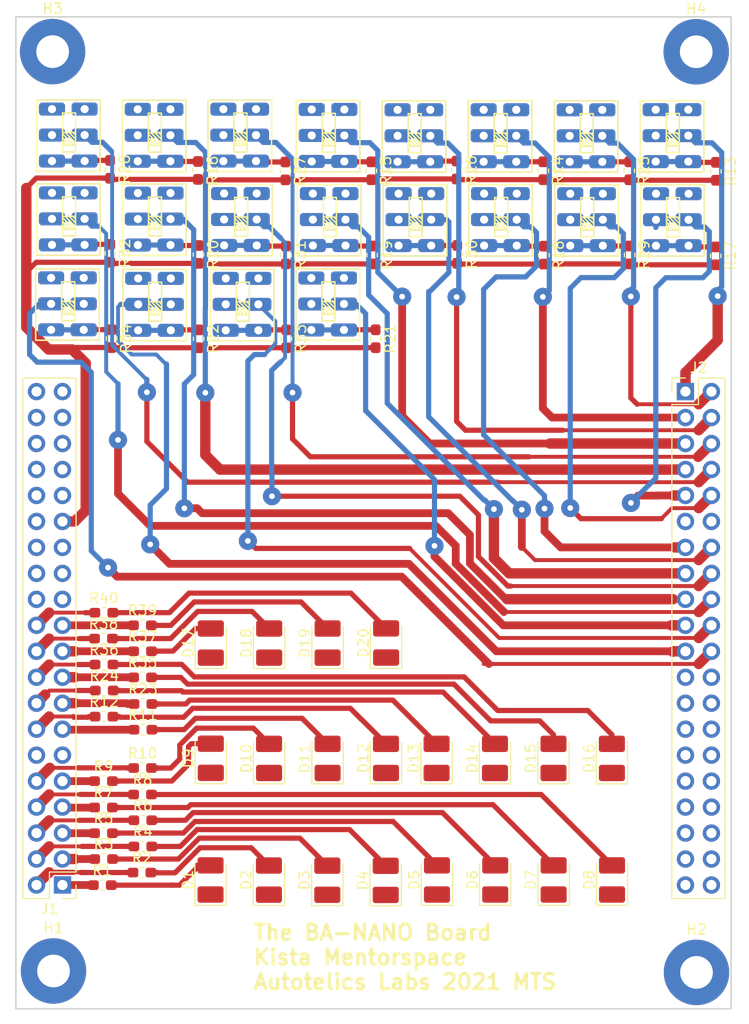
<source format=kicad_pcb>
(kicad_pcb (version 20211014) (generator pcbnew)
  (layers (0 "F.Cu" signal) (31 "B.Cu" signal) (34 "B.Paste" user) (35 "F.Paste" user) (36 "B.SilkS" user "B.Silkscreen") (37 "F.SilkS" user "F.Silkscreen") (38 "B.Mask" user) (39 "F.Mask" user) (44 "Edge.Cuts" user))
  (net 0 "")
  (net 1 "Net-(D1-Pad2)")
  (net 2 "GND")
  (net 3 "Net-(D2-Pad2)")
  (net 4 "Net-(D3-Pad2)")
  (net 5 "Net-(D4-Pad2)")
  (net 6 "Net-(D5-Pad2)")
  (net 7 "Net-(D6-Pad2)")
  (net 8 "Net-(D7-Pad2)")
  (net 9 "Net-(D8-Pad2)")
  (net 10 "Net-(D9-Pad2)")
  (net 11 "Net-(D10-Pad2)")
  (net 12 "Net-(D11-Pad2)")
  (net 13 "Net-(D12-Pad2)")
  (net 14 "Net-(D13-Pad2)")
  (net 15 "Net-(D14-Pad2)")
  (net 16 "Net-(D15-Pad2)")
  (net 17 "Net-(D16-Pad2)")
  (net 18 "Net-(D17-Pad2)")
  (net 19 "Net-(D18-Pad2)")
  (net 20 "Net-(D19-Pad2)")
  (net 21 "Net-(D20-Pad2)")
  (net 22 "+3V3")
  (net 23 "/GPIO_0_19")
  (net 24 "/GPIO_0_18")
  (net 25 "/GPIO_0_17")
  (net 26 "/GPIO_0_16")
  (net 27 "/GPIO_0_15")
  (net 28 "/GPIO_0_14")
  (net 29 "/GPIO_0_13")
  (net 30 "/GPIO_0_12")
  (net 31 "/GPIO_0_11")
  (net 32 "/GPIO_0_10")
  (net 33 "/GPIO_0_9")
  (net 34 "/GPIO_0_8")
  (net 35 "/GPIO_0_7")
  (net 36 "/GPIO_0_6")
  (net 37 "/GPIO_0_5")
  (net 38 "/GPIO_0_4")
  (net 39 "/GPIO_0_3")
  (net 40 "/GPIO_0_2")
  (net 41 "/GPIO_0_1")
  (net 42 "/GPIO_0_0")
  (net 43 "/GPIO_1_0")
  (net 44 "/GPIO_1_1")
  (net 45 "/GPIO_1_2")
  (net 46 "/GPIO_1_3")
  (net 47 "/GPIO_1_4")
  (net 48 "/GPIO_1_5")
  (net 49 "/GPIO_1_6")
  (net 50 "/GPIO_1_7")
  (net 51 "/GPIO_1_8")
  (net 52 "/GPIO_1_9")
  (net 53 "/GPIO_1_10")
  (net 54 "/GPIO_1_11")
  (net 55 "/GPIO_1_12")
  (net 56 "/GPIO_1_13")
  (net 57 "/GPIO_1_14")
  (net 58 "/GPIO_1_15")
  (net 59 "/GPIO_1_16")
  (net 60 "/GPIO_1_17")
  (net 61 "/GPIO_1_18")
  (net 62 "/GPIO_1_19")
  (net 63 "Net-(R13-Pad1)")
  (net 64 "Net-(R14-Pad1)")
  (net 65 "Net-(R15-Pad1)")
  (net 66 "Net-(R16-Pad1)")
  (net 67 "Net-(R17-Pad1)")
  (net 68 "Net-(R18-Pad1)")
  (net 69 "Net-(R19-Pad1)")
  (net 70 "Net-(R20-Pad1)")
  (net 71 "Net-(R21-Pad1)")
  (net 72 "Net-(R22-Pad1)")
  (net 73 "Net-(R25-Pad1)")
  (net 74 "Net-(R26-Pad1)")
  (net 75 "Net-(R27-Pad1)")
  (net 76 "Net-(R28-Pad1)")
  (net 77 "Net-(R29-Pad1)")
  (net 78 "Net-(R30-Pad1)")
  (net 79 "Net-(R31-Pad1)")
  (net 80 "Net-(R32-Pad1)")
  (net 81 "Net-(R33-Pad1)")
  (net 82 "Net-(R34-Pad1)")
  (footprint "LED_SMD:LED_1210_3225Metric_Castellated" (layer "F.Cu") (at 118.7323 114.2238 90)
    (fp_text reference "D17")
    (fp_text value "LED_ALT")
  )
  (footprint "LED_SMD:LED_1210_3225Metric_Castellated" (layer "F.Cu") (at 157.988 125.5014 90)
    (fp_text reference "D16")
    (fp_text value "LED_ALT")
  )
  (footprint "LED_SMD:LED_1210_3225Metric_Castellated" (layer "F.Cu") (at 152.273 125.5014 90)
    (fp_text reference "D15")
    (fp_text value "LED_ALT")
  )
  (footprint "LED_SMD:LED_1210_3225Metric_Castellated" (layer "F.Cu") (at 124.4473 114.2238 90)
    (fp_text reference "D18")
    (fp_text value "LED_ALT")
  )
  (footprint "LED_SMD:LED_1210_3225Metric_Castellated" (layer "F.Cu") (at 140.8303 125.5014 90)
    (fp_text reference "D13")
    (fp_text value "LED_ALT")
  )
  (footprint "LED_SMD:LED_1210_3225Metric_Castellated" (layer "F.Cu") (at 135.8773 125.5014 90)
    (fp_text reference "D12")
    (fp_text value "LED_ALT")
  )
  (footprint "LED_SMD:LED_1210_3225Metric_Castellated" (layer "F.Cu") (at 130.1623 125.5014 90)
    (fp_text reference "D11")
    (fp_text value "LED_ALT")
  )
  (footprint "LED_SMD:LED_1210_3225Metric_Castellated" (layer "F.Cu") (at 124.4346 125.5014 90)
    (fp_text reference "D10")
    (fp_text value "LED_ALT")
  )
  (footprint "Connector_PinHeader_2.54mm:PinHeader_2x20_P2.54mm_Vertical" (layer "F.Cu") (at 104.2162 137.8839 180)
    (fp_text reference "J1")
    (fp_text value "GPIO_0")
  )
  (footprint "Connector_PinHeader_2.54mm:PinHeader_2x20_P2.54mm_Vertical" (layer "F.Cu") (at 165.1889 89.6239)
    (fp_text reference "J2")
    (fp_text value "GPIO_1")
  )
  (footprint "LED_SMD:LED_1210_3225Metric_Castellated" (layer "F.Cu") (at 158.0007 137.3886 90)
    (fp_text reference "D8")
    (fp_text value "LED_ALT")
  )
  (footprint "LED_SMD:LED_1210_3225Metric_Castellated" (layer "F.Cu") (at 140.8684 137.3886 90)
    (fp_text reference "D5")
    (fp_text value "LED_ALT")
  )
  (footprint "LED_SMD:LED_1210_3225Metric_Castellated" (layer "F.Cu") (at 135.8519 137.4267 90)
    (fp_text reference "D4")
    (fp_text value "LED_ALT")
  )
  (footprint "LED_SMD:LED_1210_3225Metric_Castellated" (layer "F.Cu") (at 124.4219 137.4013 90)
    (fp_text reference "D2")
    (fp_text value "LED_ALT")
  )
  (footprint "LED_SMD:LED_1210_3225Metric_Castellated" (layer "F.Cu") (at 130.1369 137.414 90)
    (fp_text reference "D3")
    (fp_text value "LED_ALT")
  )
  (footprint "LED_SMD:LED_1210_3225Metric_Castellated" (layer "F.Cu") (at 152.2857 137.3886 90)
    (fp_text reference "D7")
    (fp_text value "LED_ALT")
  )
  (footprint "LED_SMD:LED_1210_3225Metric_Castellated" (layer "F.Cu") (at 118.7069 137.3886 90)
    (fp_text reference "D1")
    (fp_text value "LED_ALT")
  )
  (footprint "LED_SMD:LED_1210_3225Metric_Castellated" (layer "F.Cu") (at 146.5707 137.3886 90)
    (fp_text reference "D6")
    (fp_text value "LED_ALT")
  )
  (footprint "LED_SMD:LED_1210_3225Metric_Castellated" (layer "F.Cu") (at 118.7323 125.4887 90)
    (fp_text reference "D9")
    (fp_text value "LED_ALT")
  )
  (footprint "LED_SMD:LED_1210_3225Metric_Castellated" (layer "F.Cu") (at 135.89 114.2111 90)
    (fp_text reference "D20")
    (fp_text value "LED_ALT")
  )
  (footprint "LED_SMD:LED_1210_3225Metric_Castellated" (layer "F.Cu") (at 130.1623 114.2238 90)
    (fp_text reference "D19")
    (fp_text value "LED_ALT")
  )
  (footprint "LED_SMD:LED_1210_3225Metric_Castellated" (layer "F.Cu") (at 146.5453 125.5014 90)
    (fp_text reference "D14")
    (fp_text value "LED_ALT")
  )
  (footprint "MountingHole:MountingHole_3.2mm_M3_Pad" (layer "F.Cu") (at 103.3399 146.2913)
    (fp_text reference "H1")
    (fp_text value "MountingHole")
  )
  (footprint "MountingHole:MountingHole_3.2mm_M3_Pad" (layer "F.Cu") (at 103.251 56.3753)
    (fp_text reference "H3")
    (fp_text value "MountingHole")
  )
  (footprint "MountingHole:MountingHole_3.2mm_M3_Pad" (layer "F.Cu") (at 166.243 56.388)
    (fp_text reference "H4")
    (fp_text value "MountingHole")
  )
  (footprint "MountingHole:MountingHole_3.2mm_M3_Pad" (layer "F.Cu") (at 166.2684 146.431)
    (fp_text reference "H2")
    (fp_text value "MountingHole")
  )
  (footprint "Resistor_SMD:R_0603_1608Metric_Pad1.05x0.95mm_HandSolder" (layer "F.Cu") (at 108.1164 137.8966)
    (fp_text reference "R1")
    (fp_text value "180")
  )
  (footprint "Resistor_SMD:R_0603_1608Metric_Pad1.05x0.95mm_HandSolder" (layer "F.Cu") (at 111.9899 136.6647)
    (fp_text reference "R2")
    (fp_text value "180")
  )
  (footprint "Resistor_SMD:R_0603_1608Metric_Pad1.05x0.95mm_HandSolder" (layer "F.Cu") (at 108.2434 135.3439)
    (fp_text reference "R3")
    (fp_text value "180")
  )
  (footprint "Resistor_SMD:R_0603_1608Metric_Pad1.05x0.95mm_HandSolder" (layer "F.Cu") (at 112.0788 134.112)
    (fp_text reference "R4")
    (fp_text value "180")
  )
  (footprint "Resistor_SMD:R_0603_1608Metric_Pad1.05x0.95mm_HandSolder" (layer "F.Cu") (at 108.2307 132.8166)
    (fp_text reference "R5")
    (fp_text value "180")
  )
  (footprint "Resistor_SMD:R_0603_1608Metric_Pad1.05x0.95mm_HandSolder" (layer "F.Cu") (at 112.0788 131.55168)
    (fp_text reference "R6")
    (fp_text value "180")
  )
  (footprint "Resistor_SMD:R_0603_1608Metric_Pad1.05x0.95mm_HandSolder" (layer "F.Cu") (at 108.2307 130.302)
    (fp_text reference "R7")
    (fp_text value "180")
  )
  (footprint "Resistor_SMD:R_0603_1608Metric_Pad1.05x0.95mm_HandSolder" (layer "F.Cu") (at 112.0534 129.032)
    (fp_text reference "R8")
    (fp_text value "180")
  )
  (footprint "Resistor_SMD:R_0603_1608Metric_Pad1.05x0.95mm_HandSolder" (layer "F.Cu") (at 108.2307 127.7239)
    (fp_text reference "R9")
    (fp_text value "180")
  )
  (footprint "Resistor_SMD:R_0603_1608Metric_Pad1.05x0.95mm_HandSolder" (layer "F.Cu") (at 112.0534 126.4412)
    (fp_text reference "R10")
    (fp_text value "180")
  )
  (footprint "Resistor_SMD:R_0603_1608Metric_Pad1.05x0.95mm_HandSolder" (layer "F.Cu") (at 112.0915 122.6947)
    (fp_text reference "R11")
    (fp_text value "180")
  )
  (footprint "Resistor_SMD:R_0603_1608Metric_Pad1.05x0.95mm_HandSolder" (layer "F.Cu") (at 108.2815 121.412)
    (fp_text reference "R12")
    (fp_text value "180")
  )
  (footprint "Resistor_SMD:R_0603_1608Metric_Pad1.05x0.95mm_HandSolder" (layer "F.Cu") (at 168.1734 68.08092 -90)
    (fp_text reference "R13")
    (fp_text value "15K")
  )
  (footprint "Resistor_SMD:R_0603_1608Metric_Pad1.05x0.95mm_HandSolder" (layer "F.Cu") (at 151.2824 68.02504 -90)
    (fp_text reference "R14")
    (fp_text value "15K")
  )
  (footprint "Resistor_SMD:R_0603_1608Metric_Pad1.05x0.95mm_HandSolder" (layer "F.Cu") (at 134.45236 68.03012 -90)
    (fp_text reference "R15")
    (fp_text value "15K")
  )
  (footprint "Resistor_SMD:R_0603_1608Metric_Pad1.05x0.95mm_HandSolder" (layer "F.Cu") (at 117.48008 67.99456 -90)
    (fp_text reference "R16")
    (fp_text value "15K")
  )
  (footprint "Resistor_SMD:R_0603_1608Metric_Pad1.05x0.95mm_HandSolder" (layer "F.Cu") (at 168.15816 76.35116 -90)
    (fp_text reference "R17")
    (fp_text value "15K")
  )
  (footprint "Resistor_SMD:R_0603_1608Metric_Pad1.05x0.95mm_HandSolder" (layer "F.Cu") (at 151.3332 76.28004 -90)
    (fp_text reference "R18")
    (fp_text value "15K")
  )
  (footprint "Resistor_SMD:R_0603_1608Metric_Pad1.05x0.95mm_HandSolder" (layer "F.Cu") (at 134.52348 76.2648 -90)
    (fp_text reference "R19")
    (fp_text value "15K")
  )
  (footprint "Resistor_SMD:R_0603_1608Metric_Pad1.05x0.95mm_HandSolder" (layer "F.Cu") (at 117.5258 76.214 -90)
    (fp_text reference "R20")
    (fp_text value "15K")
  )
  (footprint "Resistor_SMD:R_0603_1608Metric_Pad1.05x0.95mm_HandSolder" (layer "F.Cu") (at 134.86892 84.45376 -90)
    (fp_text reference "R21")
    (fp_text value "15K")
  )
  (footprint "Resistor_SMD:R_0603_1608Metric_Pad1.05x0.95mm_HandSolder" (layer "F.Cu") (at 117.54104 84.46392 -90)
    (fp_text reference "R22")
    (fp_text value "15K")
  )
  (footprint "Resistor_SMD:R_0603_1608Metric_Pad1.05x0.95mm_HandSolder" (layer "F.Cu") (at 112.0915 120.1801)
    (fp_text reference "R23")
    (fp_text value "180")
  )
  (footprint "Resistor_SMD:R_0603_1608Metric_Pad1.05x0.95mm_HandSolder" (layer "F.Cu") (at 108.3069 118.8593)
    (fp_text reference "R24")
    (fp_text value "180")
  )
  (footprint "Resistor_SMD:R_0603_1608Metric_Pad1.05x0.95mm_HandSolder" (layer "F.Cu") (at 159.6898 68.03012 -90)
    (fp_text reference "R25")
    (fp_text value "15K")
  )
  (footprint "Resistor_SMD:R_0603_1608Metric_Pad1.05x0.95mm_HandSolder" (layer "F.Cu") (at 142.78864 67.9564 -90)
    (fp_text reference "R26")
    (fp_text value "15K")
  )
  (footprint "Resistor_SMD:R_0603_1608Metric_Pad1.05x0.95mm_HandSolder" (layer "F.Cu") (at 108.87456 67.88788 -90)
    (fp_text reference "R28")
    (fp_text value "15K")
  )
  (footprint "Resistor_SMD:R_0603_1608Metric_Pad1.05x0.95mm_HandSolder" (layer "F.Cu") (at 159.72028 76.2648 -90)
    (fp_text reference "R29")
    (fp_text value "15K")
  )
  (footprint "Resistor_SMD:R_0603_1608Metric_Pad1.05x0.95mm_HandSolder" (layer "F.Cu") (at 142.8496 76.20892 -90)
    (fp_text reference "R30")
    (fp_text value "15K")
  )
  (footprint "Resistor_SMD:R_0603_1608Metric_Pad1.05x0.95mm_HandSolder" (layer "F.Cu") (at 108.89996 76.10224 -90)
    (fp_text reference "R32")
    (fp_text value "15K")
  )
  (footprint "Resistor_SMD:R_0603_1608Metric_Pad1.05x0.95mm_HandSolder" (layer "F.Cu") (at 109.02188 84.4436 -90)
    (fp_text reference "R34")
    (fp_text value "15K")
  )
  (footprint "Resistor_SMD:R_0603_1608Metric_Pad1.05x0.95mm_HandSolder" (layer "F.Cu") (at 112.0534 117.5766)
    (fp_text reference "R35")
    (fp_text value "180")
  )
  (footprint "Resistor_SMD:R_0603_1608Metric_Pad1.05x0.95mm_HandSolder" (layer "F.Cu") (at 108.2815 116.3193)
    (fp_text reference "R36")
    (fp_text value "180")
  )
  (footprint "Resistor_SMD:R_0603_1608Metric_Pad1.05x0.95mm_HandSolder" (layer "F.Cu") (at 112.0534 115.0239)
    (fp_text reference "R37")
    (fp_text value "180")
  )
  (footprint "Resistor_SMD:R_0603_1608Metric_Pad1.05x0.95mm_HandSolder" (layer "F.Cu") (at 108.2307 113.7793)
    (fp_text reference "R38")
    (fp_text value "180")
  )
  (footprint "Resistor_SMD:R_0603_1608Metric_Pad1.05x0.95mm_HandSolder" (layer "F.Cu") (at 112.0407 112.4839)
    (fp_text reference "R39")
    (fp_text value "180")
  )
  (footprint "Resistor_SMD:R_0603_1608Metric_Pad1.05x0.95mm_HandSolder" (layer "F.Cu") (at 108.2662 111.252)
    (fp_text reference "R40")
    (fp_text value "180")
  )
  (footprint "Resistor_SMD:R_0603_1608Metric_Pad1.05x0.95mm_HandSolder" (layer "F.Cu") (at 126.08052 76.26988 -90)
    (fp_text reference "R31")
    (fp_text value "15K")
  )
  (footprint "Resistor_SMD:R_0603_1608Metric_Pad1.05x0.95mm_HandSolder" (layer "F.Cu") (at 126.12116 84.46392 -90)
    (fp_text reference "R33")
    (fp_text value "15K")
  )
  (footprint "Resistor_SMD:R_0603_1608Metric_Pad1.05x0.95mm_HandSolder" (layer "F.Cu") (at 126.0348 68.04536 -90)
    (fp_text reference "R27")
    (fp_text value "15K")
  )
  (footprint "mts_THT:DPDT-3.2MM" (layer "F.Cu") (at 165.4683 64.5922 90)
    (fp_text reference "SW1" hide)
    (fp_text value " ")
  )
  (footprint "mts_THT:DPDT-3.2MM" (layer "F.Cu") (at 148.6281 64.60236 90)
    (fp_text reference "SW3" hide)
    (fp_text value " ")
  )
  (footprint "mts_THT:DPDT-3.2MM" (layer "F.Cu") (at 157.0482 64.61252 90)
    (fp_text reference "SW2" hide)
    (fp_text value " ")
  )
  (footprint "mts_THT:DPDT-3.2MM" (layer "F.Cu") (at 140.21054 64.60744 90)
    (fp_text reference "SW4" hide)
    (fp_text value " ")
  )
  (footprint "mts_THT:DPDT-3.2MM" (layer "F.Cu") (at 131.80314 64.57696 90)
    (fp_text reference "SW5" hide)
    (fp_text value " ")
  )
  (footprint "mts_THT:DPDT-3.2MM" (layer "F.Cu") (at 123.15698 64.54648 90)
    (fp_text reference "SW6" hide)
    (fp_text value " ")
  )
  (footprint "mts_THT:DPDT-3.2MM" (layer "F.Cu") (at 114.77752 64.55664 90)
    (fp_text reference "SW7" hide)
    (fp_text value " ")
  )
  (footprint "mts_THT:DPDT-3.2MM" (layer "F.Cu") (at 106.38536 64.53632 90)
    (fp_text reference "SW8" hide)
    (fp_text value " ")
  )
  (footprint "mts_THT:DPDT-3.2MM" (layer "F.Cu") (at 165.49624 72.81672 90)
    (fp_text reference "SW9" hide)
    (fp_text value " ")
  )
  (footprint "mts_THT:DPDT-3.2MM" (layer "F.Cu") (at 157.10408 72.81672 90)
    (fp_text reference "SW10" hide)
    (fp_text value " ")
  )
  (footprint "mts_THT:DPDT-3.2MM" (layer "F.Cu") (at 148.67382 72.80656 90)
    (fp_text reference "SW11" hide)
    (fp_text value " ")
  )
  (footprint "mts_THT:DPDT-3.2MM" (layer "F.Cu") (at 140.30706 72.80656 90)
    (fp_text reference "SW12" hide)
    (fp_text value " ")
  )
  (footprint "mts_THT:DPDT-3.2MM" (layer "F.Cu") (at 131.9149 72.80148 90)
    (fp_text reference "SW13" hide)
    (fp_text value " ")
  )
  (footprint "mts_THT:DPDT-3.2MM" (layer "F.Cu") (at 123.2281 72.79132 90)
    (fp_text reference "SW14" hide)
    (fp_text value " ")
  )
  (footprint "mts_THT:DPDT-3.2MM" (layer "F.Cu") (at 114.79022 72.75068 90)
    (fp_text reference "SW15" hide)
    (fp_text value " ")
  )
  (footprint "mts_THT:DPDT-3.2MM" (layer "F.Cu") (at 106.38282 72.73544 90)
    (fp_text reference "SW16" hide)
    (fp_text value " ")
  )
  (footprint "mts_THT:DPDT-3.2MM" (layer "F.Cu") (at 131.76504 81.05648 90)
    (fp_text reference "SW17" hide)
    (fp_text value " ")
  )
  (footprint "mts_THT:DPDT-3.2MM" (layer "F.Cu") (at 123.39066 81.09204 90)
    (fp_text reference "SW18" hide)
    (fp_text value " ")
  )
  (footprint "mts_THT:DPDT-3.2MM" (layer "F.Cu") (at 114.8207 81.09204 90)
    (fp_text reference "SW19" hide)
    (fp_text value " ")
  )
  (footprint "mts_THT:DPDT-3.2MM" (layer "F.Cu") (at 106.29646 81.04632 90)
    (fp_text reference "SW20" hide)
    (fp_text value " ")
  )
  (gr_line (start 99.655781 52.980345) (end 99.655781 149.982945) (layer "Edge.Cuts") (width 0.15))
  (gr_line (start 169.658181 52.980345) (end 99.655781 52.980345) (layer "Edge.Cuts") (width 0.15))
  (gr_line (start 169.658181 149.982945) (end 169.658181 52.980345) (layer "Edge.Cuts") (width 0.15))
  (gr_line (start 99.655781 149.982945) (end 169.658181 149.982945) (layer "Edge.Cuts") (width 0.15))
  (gr_text "The BA-NANO Board\nKista Mentorspace\nAutotelics Labs 2021 MTS" (at 122.77344 144.94256) (layer "F.SilkS") (effects (font (size 1.5 1.5) (thickness 0.3)) (justify left)))
  (segment (start 115.66652 137.8966) (end 117.36832 136.1948) (width 0.508) (layer "F.Cu") (net 1))
  (segment (start 114.9604 137.8966) (end 115.66652 137.8966) (width 0.508) (layer "F.Cu") (net 1))
  (segment (start 108.9914 137.8966) (end 114.9604 137.8966) (width 0.508) (layer "F.Cu") (net 1))
  (segment (start 117.36832 135.9636) (end 118.7069 135.9636) (width 0.508) (layer "F.Cu") (net 1))
  (segment (start 117.36832 136.1948) (end 117.36832 135.9636) (width 0.508) (layer "F.Cu") (net 1))
  (segment (start 114.9604 137.8966) (end 114.97564 137.88136) (width 0.508) (layer "F.Cu") (net 1))
  (segment (start 122.6846 134.239) (end 124.4219 135.9763) (width 0.508) (layer "F.Cu") (net 3))
  (segment (start 115.22964 136.69264) (end 117.68328 134.239) (width 0.508) (layer "F.Cu") (net 3))
  (segment (start 112.8649 136.6647) (end 113.4899 136.6647) (width 0.508) (layer "F.Cu") (net 3))
  (segment (start 113.51784 136.69264) (end 115.22964 136.69264) (width 0.508) (layer "F.Cu") (net 3))
  (segment (start 113.4899 136.6647) (end 113.51784 136.69264) (width 0.508) (layer "F.Cu") (net 3))
  (segment (start 117.68328 134.239) (end 122.6846 134.239) (width 0.508) (layer "F.Cu") (net 3))
  (segment (start 127.4471 133.2992) (end 130.1369 135.989) (width 0.508) (layer "F.Cu") (net 4))
  (segment (start 117.60708 133.2992) (end 127.4471 133.2992) (width 0.508) (layer "F.Cu") (net 4))
  (segment (start 109.1184 135.3439) (end 115.56238 135.3439) (width 0.508) (layer "F.Cu") (net 4))
  (segment (start 115.56238 135.3439) (end 117.60708 133.2992) (width 0.508) (layer "F.Cu") (net 4))
  (segment (start 115.74272 134.112) (end 117.39372 132.461) (width 0.508) (layer "F.Cu") (net 5))
  (segment (start 135.8519 136.0017) (end 132.3112 132.461) (width 0.508) (layer "F.Cu") (net 5))
  (segment (start 112.9538 134.112) (end 115.74272 134.112) (width 0.508) (layer "F.Cu") (net 5))
  (segment (start 132.3112 132.461) (end 117.39372 132.461) (width 0.508) (layer "F.Cu") (net 5))
  (segment (start 109.74594 132.80136) (end 116.052084 132.80136) (width 0.508) (layer "F.Cu") (net 6))
  (segment (start 136.5657 131.6609) (end 140.8684 135.9636) (width 0.508) (layer "F.Cu") (net 6))
  (segment (start 117.184924 131.66852) (end 136.55808 131.66852) (width 0.508) (layer "F.Cu") (net 6))
  (segment (start 109.1057 132.8166) (end 109.7307 132.8166) (width 0.508) (layer "F.Cu") (net 6))
  (segment (start 136.55808 131.66852) (end 136.5657 131.6609) (width 0.508) (layer "F.Cu") (net 6))
  (segment (start 116.052084 132.80136) (end 117.184924 131.66852) (width 0.508) (layer "F.Cu") (net 6))
  (segment (start 109.7307 132.8166) (end 109.74594 132.80136) (width 0.508) (layer "F.Cu") (net 6))
  (segment (start 117.00256 130.79984) (end 141.40694 130.79984) (width 0.508) (layer "F.Cu") (net 7))
  (segment (start 141.4425 130.8354) (end 146.5707 135.9636) (width 0.508) (layer "F.Cu") (net 7))
  (segment (start 112.9538 131.55168) (end 116.25072 131.55168) (width 0.508) (layer "F.Cu") (net 7))
  (segment (start 141.40694 130.79984) (end 141.4425 130.8354) (width 0.508) (layer "F.Cu") (net 7))
  (segment (start 116.25072 131.55168) (end 117.00256 130.79984) (width 0.508) (layer "F.Cu") (net 7))
  (segment (start 109.73578 130.30708) (end 116.4844 130.30708) (width 0.508) (layer "F.Cu") (net 8))
  (segment (start 109.7307 130.302) (end 109.73578 130.30708) (width 0.508) (layer "F.Cu") (net 8))
  (segment (start 116.4844 130.30708) (end 116.7638 130.02768) (width 0.508) (layer "F.Cu") (net 8))
  (segment (start 109.1057 130.302) (end 109.7307 130.302) (width 0.508) (layer "F.Cu") (net 8))
  (segment (start 146.33962 130.02768) (end 146.3447 130.0226) (width 0.508) (layer "F.Cu") (net 8))
  (segment (start 146.3447 130.0226) (end 152.2857 135.9636) (width 0.508) (layer "F.Cu") (net 8))
  (segment (start 116.7638 130.02768) (end 146.33962 130.02768) (width 0.508) (layer "F.Cu") (net 8))
  (segment (start 151.0569 129.032) (end 151.063 129.0259) (width 0.508) (layer "F.Cu") (net 9))
  (segment (start 112.9284 129.032) (end 151.0569 129.032) (width 0.508) (layer "F.Cu") (net 9))
  (segment (start 151.063 129.0259) (end 158.0007 135.9636) (width 0.508) (layer "F.Cu") (net 9))
  (segment (start 116.55044 124.33802) (end 116.82476 124.0637) (width 0.508) (layer "F.Cu") (net 10))
  (segment (start 114.92484 127.7112) (end 116.55044 126.0856) (width 0.508) (layer "F.Cu") (net 10))
  (segment (start 116.82476 124.0637) (end 118.7323 124.0637) (width 0.508) (layer "F.Cu") (net 10))
  (segment (start 109.7307 127.7239) (end 109.7434 127.7112) (width 0.508) (layer "F.Cu") (net 10))
  (segment (start 116.55044 126.0856) (end 116.55044 124.33802) (width 0.508) (layer "F.Cu") (net 10))
  (segment (start 109.7434 127.7112) (end 114.92484 127.7112) (width 0.508) (layer "F.Cu") (net 10))
  (segment (start 109.1057 127.7239) (end 109.7307 127.7239) (width 0.508) (layer "F.Cu") (net 10))
  (segment (start 113.55848 126.44628) (end 114.81816 126.44628) (width 0.508) (layer "F.Cu") (net 11))
  (segment (start 114.81816 126.44628) (end 115.697 125.56744) (width 0.508) (layer "F.Cu") (net 11))
  (segment (start 122.9005 122.5423) (end 124.4346 124.0764) (width 0.508) (layer "F.Cu") (net 11))
  (segment (start 113.5534 126.4412) (end 113.55848 126.44628) (width 0.508) (layer "F.Cu") (net 11))
  (segment (start 115.697 125.56744) (end 115.697 124.190183) (width 0.508) (layer "F.Cu") (net 11))
  (segment (start 117.344883 122.5423) (end 117.53596 122.5423) (width 0.508) (layer "F.Cu") (net 11))
  (segment (start 115.697 124.190183) (end 117.344883 122.5423) (width 0.508) (layer "F.Cu") (net 11))
  (segment (start 112.9284 126.4412) (end 113.5534 126.4412) (width 0.508) (layer "F.Cu") (net 11))
  (segment (start 117.53596 122.5423) (end 122.9005 122.5423) (width 0.508) (layer "F.Cu") (net 11))
  (segment (start 127.663 121.5771) (end 130.1623 124.0764) (width 0.508) (layer "F.Cu") (net 12))
  (segment (start 113.5915 122.6947) (end 113.6042 122.682) (width 0.508) (layer "F.Cu") (net 12))
  (segment (start 112.9665 122.6947) (end 113.5915 122.6947) (width 0.508) (layer "F.Cu") (net 12))
  (segment (start 116.13134 122.682) (end 117.23624 121.5771) (width 0.508) (layer "F.Cu") (net 12))
  (segment (start 117.23624 121.5771) (end 127.663 121.5771) (width 0.508) (layer "F.Cu") (net 12))
  (segment (start 113.6042 122.682) (end 116.13134 122.682) (width 0.508) (layer "F.Cu") (net 12))
  (segment (start 109.7815 121.412) (end 109.84246 121.47296) (width 0.508) (layer "F.Cu") (net 13))
  (segment (start 135.8773 124.0764) (end 133.4669 121.666) (width 0.508) (layer "F.Cu") (net 13))
  (segment (start 132.3848 120.5992) (end 116.95684 120.5992) (width 0.508) (layer "F.Cu") (net 13))
  (segment (start 133.4669 121.666) (end 133.4516 121.666) (width 0.508) (layer "F.Cu") (net 13))
  (segment (start 133.4516 121.666) (end 132.3848 120.5992) (width 0.508) (layer "F.Cu") (net 13))
  (segment (start 109.1565 121.412) (end 109.7815 121.412) (width 0.508) (layer "F.Cu") (net 13))
  (segment (start 116.95684 120.5992) (end 116.08308 121.47296) (width 0.508) (layer "F.Cu") (net 13))
  (segment (start 109.84246 121.47296) (end 116.08308 121.47296) (width 0.508) (layer "F.Cu") (net 13))
  (segment (start 137.4775 120.7262) (end 137.4801 120.7262) (width 0.508) (layer "F.Cu") (net 14))
  (segment (start 113.5915 120.1801) (end 116.28882 120.1801) (width 0.508) (layer "F.Cu") (net 14))
  (segment (start 137.4801 120.7262) (end 140.8303 124.0764) (width 0.508) (layer "F.Cu") (net 14))
  (segment (start 112.9665 120.1801) (end 113.5915 120.1801) (width 0.508) (layer "F.Cu") (net 14))
  (segment (start 116.66982 119.7991) (end 136.5504 119.7991) (width 0.508) (layer "F.Cu") (net 14))
  (segment (start 116.28882 120.1801) (end 116.66982 119.7991) (width 0.508) (layer "F.Cu") (net 14))
  (segment (start 136.5504 119.7991) (end 137.4775 120.7262) (width 0.508) (layer "F.Cu") (net 14))
  (segment (start 113.5915 120.1801) (end 113.6042 120.1928) (width 0.508) (layer "F.Cu") (net 14))
  (segment (start 109.8069 118.8593) (end 109.82976 118.88216) (width 0.508) (layer "F.Cu") (net 15))
  (segment (start 141.4653 119.0117) (end 115.99926 119.0117) (width 0.508) (layer "F.Cu") (net 15))
  (segment (start 109.82976 118.88216) (end 115.86972 118.88216) (width 0.508) (layer "F.Cu") (net 15))
  (segment (start 115.86972 118.88216) (end 115.99926 119.0117) (width 0.508) (layer "F.Cu") (net 15))
  (segment (start 142.1918 119.7229) (end 146.5453 124.0764) (width 0.508) (layer "F.Cu") (net 15))
  (segment (start 109.1819 118.8593) (end 109.8069 118.8593) (width 0.508) (layer "F.Cu") (net 15))
  (segment (start 115.99926 119.0117) (end 115.99672 119.00916) (width 0.508) (layer "F.Cu") (net 15))
  (segment (start 142.1918 119.7229) (end 142.1765 119.7229) (width 0.508) (layer "F.Cu") (net 15))
  (segment (start 142.1765 119.7229) (end 141.4653 119.0117) (width 0.508) (layer "F.Cu") (net 15))
  (segment (start 115.7986 117.5766) (end 113.5534 117.5766) (width 0.508) (layer "F.Cu") (net 16))
  (segment (start 142.5321 118.237) (end 146.1262 121.8311) (width 0.508) (layer "F.Cu") (net 16))
  (segment (start 150.9277 121.8311) (end 152.273 123.1764) (width 0.508) (layer "F.Cu") (net 16))
  (segment (start 116.459 118.237) (end 115.7986 117.5766) (width 0.508) (layer "F.Cu") (net 16))
  (segment (start 152.273 123.1764) (end 152.273 124.0764) (width 0.508) (layer "F.Cu") (net 16))
  (segment (start 113.5534 117.5766) (end 112.9284 117.5766) (width 0.508) (layer "F.Cu") (net 16))
  (segment (start 142.5321 118.237) (end 116.459 118.237) (width 0.508) (layer "F.Cu") (net 16))
  (segment (start 146.1262 121.8311) (end 150.9277 121.8311) (width 0.508) (layer "F.Cu") (net 16))
  (segment (start 155.6267 120.8151) (end 146.81222 120.8151) (width 0.508) (layer "F.Cu") (net 17))
  (segment (start 113.191824 116.30152) (end 113.174044 116.3193) (width 0.508) (layer "F.Cu") (net 17))
  (segment (start 113.174044 116.3193) (end 109.1565 116.3193) (width 0.508) (layer "F.Cu") (net 17))
  (segment (start 143.52611 117.52899) (end 117.11243 117.52899) (width 0.508) (layer "F.Cu") (net 17))
  (segment (start 117.11243 117.52899) (end 115.88496 116.30152) (width 0.508) (layer "F.Cu") (net 17))
  (segment (start 115.88496 116.30152) (end 113.191824 116.30152) (width 0.508) (layer "F.Cu") (net 17))
  (segment (start 146.81222 120.8151) (end 143.52611 117.52899) (width 0.508) (layer "F.Cu") (net 17))
  (segment (start 157.988 123.1764) (end 155.6267 120.8151) (width 0.508) (layer "F.Cu") (net 17))
  (segment (start 157.988 124.0764) (end 157.988 123.1764) (width 0.508) (layer "F.Cu") (net 17))
  (segment (start 115.03908 115.00612) (end 117.2464 112.7988) (width 0.508) (layer "F.Cu") (net 18))
  (segment (start 112.9284 115.0239) (end 113.5534 115.0239) (width 0.508) (layer "F.Cu") (net 18))
  (segment (start 113.57118 115.00612) (end 115.03908 115.00612) (width 0.508) (layer "F.Cu") (net 18))
  (segment (start 117.2464 112.7988) (end 118.7323 112.7988) (width 0.508) (layer "F.Cu") (net 18))
  (segment (start 113.5534 115.0239) (end 113.57118 115.00612) (width 0.508) (layer "F.Cu") (net 18))
  (segment (start 109.73324 113.78184) (end 114.79784 113.78184) (width 0.508) (layer "F.Cu") (net 19))
  (segment (start 109.1057 113.7793) (end 109.7307 113.7793) (width 0.508) (layer "F.Cu") (net 19))
  (segment (start 114.79784 113.78184) (end 117.45468 111.125) (width 0.508) (layer "F.Cu") (net 19))
  (segment (start 109.7307 113.7793) (end 109.73324 113.78184) (width 0.508) (layer "F.Cu") (net 19))
  (segment (start 122.7735 111.125) (end 124.4473 112.7988) (width 0.508) (layer "F.Cu") (net 19))
  (segment (start 117.45468 111.125) (end 122.7735 111.125) (width 0.508) (layer "F.Cu") (net 19))
  (segment (start 113.5407 112.4839) (end 113.54832 112.49152) (width 0.508) (layer "F.Cu") (net 20))
  (segment (start 112.9157 112.4839) (end 113.5407 112.4839) (width 0.508) (layer "F.Cu") (net 20))
  (segment (start 114.81562 112.49152) (end 117.10924 110.1979) (width 0.508) (layer "F.Cu") (net 20))
  (segment (start 113.54832 112.49152) (end 114.81562 112.49152) (width 0.508) (layer "F.Cu") (net 20))
  (segment (start 117.10924 110.1979) (end 127.5614 110.1979) (width 0.508) (layer "F.Cu") (net 20))
  (segment (start 127.5614 110.1979) (end 130.1623 112.7988) (width 0.508) (layer "F.Cu") (net 20))
  (segment (start 132.4382 109.3343) (end 135.89 112.7861) (width 0.508) (layer "F.Cu") (net 21))
  (segment (start 109.7662 111.252) (end 109.77128 111.24692) (width 0.508) (layer "F.Cu") (net 21))
  (segment (start 116.60124 109.3343) (end 132.4382 109.3343) (width 0.508) (layer "F.Cu") (net 21))
  (segment (start 109.77128 111.24692) (end 114.68862 111.24692) (width 0.508) (layer "F.Cu") (net 21))
  (segment (start 114.68862 111.24692) (end 116.60124 109.3343) (width 0.508) (layer "F.Cu") (net 21))
  (segment (start 109.1412 111.252) (end 109.7662 111.252) (width 0.508) (layer "F.Cu") (net 21))
  (segment (start 168.15816 77.22616) (end 159.80664 77.22616) (width 0.508) (layer "F.Cu") (net 22))
  (segment (start 105.16108 85.50656) (end 102.84968 85.50656) (width 1.016) (layer "F.Cu") (net 22))
  (segment (start 106.49204 101.250141) (end 106.49204 86.83752) (width 1.016) (layer "F.Cu") (net 22))
  (segment (start 126.0348 68.92036) (end 117.53088 68.92036) (width 0.508) (layer "F.Cu") (net 22))
  (segment (start 108.87456 68.76288) (end 108.29956 68.76288) (width 0.508) (layer "F.Cu") (net 22))
  (segment (start 108.27924 68.74256) (end 101.6508 68.74256) (width 0.508) (layer "F.Cu") (net 22))
  (segment (start 108.98124 68.86956) (end 108.87456 68.76288) (width 0.508) (layer "F.Cu") (net 22))
  (segment (start 134.57936 77.08392) (end 134.52348 77.1398) (width 0.508) (layer "F.Cu") (net 22))
  (segment (start 134.86892 85.32876) (end 126.13132 85.32876) (width 0.508) (layer "F.Cu") (net 22))
  (segment (start 105.418281 102.3239) (end 106.49204 101.250141) (width 1.016) (layer "F.Cu") (net 22))
  (segment (start 100.67544 77.9526) (end 100.67544 78.21168) (width 0.508) (layer "F.Cu") (net 22))
  (segment (start 151.28748 68.90512) (end 151.2824 68.90004) (width 0.508) (layer "F.Cu") (net 22))
  (segment (start 159.7406 68.95592) (end 159.6898 68.90512) (width 0.508) (layer "F.Cu") (net 22))
  (segment (start 151.3332 77.15504) (end 142.92072 77.15504) (width 0.508) (layer "F.Cu") (net 22))
  (segment (start 109.0422 85.33892) (end 109.02188 85.3186) (width 0.508) (layer "F.Cu") (net 22))
  (segment (start 102.84968 85.50656) (end 100.67544 83.33232) (width 1.016) (layer "F.Cu") (net 22))
  (segment (start 125.54616 85.33892) (end 117.54104 85.33892) (width 0.508) (layer "F.Cu") (net 22))
  (segment (start 134.52348 77.1398) (end 126.0856 77.1398) (width 0.508) (layer "F.Cu") (net 22))
  (segment (start 126.08052 77.14488) (end 117.58168 77.14488) (width 0.508) (layer "F.Cu") (net 22))
  (segment (start 142.92072 77.15504) (end 142.8496 77.08392) (width 0.508) (layer "F.Cu") (net 22))
  (segment (start 159.80664 77.22616) (end 159.72028 77.1398) (width 0.508) (layer "F.Cu") (net 22))
  (segment (start 126.13132 85.32876) (end 126.12116 85.33892) (width 0.508) (layer "F.Cu") (net 22))
  (segment (start 109.02188 85.3186) (end 108.44688 85.3186) (width 0.508) (layer "F.Cu") (net 22))
  (segment (start 108.44688 85.3186) (end 108.4418 85.31352) (width 0.508) (layer "F.Cu") (net 22))
  (segment (start 100.67544 83.33232) (end 100.67544 78.21168) (width 1.016) (layer "F.Cu") (net 22))
  (segment (start 117.48008 68.86956) (end 108.98124 68.86956) (width 0.508) (layer "F.Cu") (net 22))
  (segment (start 104.2162 102.3239) (end 105.418281 102.3239) (width 1.016) (layer "F.Cu") (net 22))
  (segment (start 142.78864 68.8314) (end 134.52608 68.8314) (width 0.508) (layer "F.Cu") (net 22))
  (segment (start 151.34844 77.1398) (end 151.3332 77.15504) (width 0.508) (layer "F.Cu") (net 22))
  (segment (start 159.6898 68.90512) (end 151.28748 68.90512) (width 0.508) (layer "F.Cu") (net 22))
  (segment (start 126.0856 77.1398) (end 126.08052 77.14488) (width 0.508) (layer "F.Cu") (net 22))
  (segment (start 108.89996 76.97724) (end 101.6508 76.97724) (width 0.508) (layer "F.Cu") (net 22))
  (segment (start 108.29956 68.76288) (end 108.27924 68.74256) (width 0.508) (layer "F.Cu") (net 22))
  (segment (start 151.2824 68.90004) (end 142.85728 68.90004) (width 0.508) (layer "F.Cu") (net 22))
  (segment (start 142.85728 68.90004) (end 142.78864 68.8314) (width 0.508) (layer "F.Cu") (net 22))
  (segment (start 168.1734 68.95592) (end 159.7406 68.95592) (width 0.508) (layer "F.Cu") (net 22))
  (segment (start 108.4418 85.31352) (end 105.35412 85.31352) (width 0.508) (layer "F.Cu") (net 22))
  (segment (start 142.8496 77.08392) (end 134.57936 77.08392) (width 0.508) (layer "F.Cu") (net 22))
  (segment (start 100.67544 78.21168) (end 100.67544 69.71792) (width 1.016) (layer "F.Cu") (net 22))
  (segment (start 117.58168 77.14488) (end 117.5258 77.089) (width 0.508) (layer "F.Cu") (net 22))
  (segment (start 109.01172 77.089) (end 108.89996 76.97724) (width 0.508) (layer "F.Cu") (net 22))
  (segment (start 105.35412 85.31352) (end 105.16108 85.50656) (width 0.508) (layer "F.Cu") (net 22))
  (segment (start 117.53088 68.92036) (end 117.48008 68.86956) (width 0.508) (layer "F.Cu") (net 22))
  (segment (start 159.72028 77.1398) (end 151.34844 77.1398) (width 0.508) (layer "F.Cu") (net 22))
  (segment (start 126.12116 85.33892) (end 125.54616 85.33892) (width 0.508) (layer "F.Cu") (net 22))
  (segment (start 126.05004 68.90512) (end 126.0348 68.92036) (width 0.508) (layer "F.Cu") (net 22))
  (segment (start 117.54104 85.33892) (end 109.0422 85.33892) (width 0.508) (layer "F.Cu") (net 22))
  (segment (start 134.52608 68.8314) (end 134.45236 68.90512) (width 0.508) (layer "F.Cu") (net 22))
  (segment (start 101.6508 68.74256) (end 100.67544 69.71792) (width 0.508) (layer "F.Cu") (net 22))
  (segment (start 106.49204 86.83752) (end 105.16108 85.50656) (width 1.016) (layer "F.Cu") (net 22))
  (segment (start 134.45236 68.90512) (end 126.05004 68.90512) (width 0.508) (layer "F.Cu") (net 22))
  (segment (start 101.6508 76.97724) (end 100.67544 77.9526) (width 0.508) (layer "F.Cu") (net 22))
  (segment (start 117.5258 77.089) (end 109.01172 77.089) (width 0.508) (layer "F.Cu") (net 22))
  (segment (start 106.4633 111.252) (end 107.3912 111.252) (width 0.508) (layer "F.Cu") (net 23))
  (segment (start 106.454699 111.243399) (end 106.4633 111.252) (width 0.508) (layer "F.Cu") (net 23))
  (segment (start 101.6762 112.4839) (end 102.916701 111.243399) (width 1.016) (layer "F.Cu") (net 23))
  (segment (start 102.916701 111.243399) (end 106.454699 111.243399) (width 0.381) (layer "F.Cu") (net 23))
  (segment (start 111.1657 112.4839) (end 104.2162 112.4839) (width 0.762) (layer "F.Cu") (net 24))
  (segment (start 106.726601 113.783399) (end 105.845899 113.783399) (width 0.508) (layer "F.Cu") (net 25))
  (segment (start 101.6762 115.0239) (end 102.916701 113.783399) (width 1.016) (layer "F.Cu") (net 25))
  (segment (start 102.916701 113.783399) (end 105.845899 113.783399) (width 0.381) (layer "F.Cu") (net 25))
  (segment (start 107.3557 113.7793) (end 106.7307 113.7793) (width 0.508) (layer "F.Cu") (net 25))
  (segment (start 106.7307 113.7793) (end 106.726601 113.783399) (width 0.508) (layer "F.Cu") (net 25))
  (segment (start 111.1784 115.0239) (end 105.418281 115.0239) (width 0.762) (layer "F.Cu") (net 26))
  (segment (start 104.2162 115.0239) (end 105.418281 115.0239) (width 1.016) (layer "F.Cu") (net 26))
  (segment (start 105.443681 114.9985) (end 105.418281 115.0239) (width 0.508) (layer "F.Cu") (net 26))
  (segment (start 105.722998 116.3193) (end 107.4065 116.3193) (width 0.508) (layer "F.Cu") (net 27))
  (segment (start 101.6762 117.5639) (end 102.916701 116.323399) (width 1.016) (layer "F.Cu") (net 27))
  (segment (start 105.718899 116.323399) (end 105.722998 116.3193) (width 0.508) (layer "F.Cu") (net 27))
  (segment (start 102.916701 116.323399) (end 105.718899 116.323399) (width 0.381) (layer "F.Cu") (net 27))
  (segment (start 104.2162 117.5639) (end 105.418281 117.5639) (width 1.016) (layer "F.Cu") (net 28))
  (segment (start 110.5534 117.5766) (end 110.5407 117.5639) (width 0.762) (layer "F.Cu") (net 28))
  (segment (start 111.1784 117.5766) (end 110.5534 117.5766) (width 0.762) (layer "F.Cu") (net 28))
  (segment (start 110.5407 117.5639) (end 105.418281 117.5639) (width 0.762) (layer "F.Cu") (net 28))
  (segment (start 107.4319 118.8593) (end 105.570598 118.8593) (width 0.508) (layer "F.Cu") (net 29))
  (segment (start 101.6762 120.1039) (end 102.526199 119.253901) (width 1.016) (layer "F.Cu") (net 29))
  (segment (start 102.526199 119.253901) (end 102.551599 119.253901) (width 0.381) (layer "F.Cu") (net 29))
  (segment (start 105.570598 118.8593) (end 105.566499 118.863399) (width 0.508) (layer "F.Cu") (net 29))
  (segment (start 102.942101 118.863399) (end 105.566499 118.863399) (width 0.381) (layer "F.Cu") (net 29))
  (segment (start 102.551599 119.253901) (end 102.942101 118.863399) (width 0.381) (layer "F.Cu") (net 29))
  (segment (start 110.5153 120.1039) (end 105.418281 120.1039) (width 0.762) (layer "F.Cu") (net 30))
  (segment (start 111.2165 120.1801) (end 110.5915 120.1801) (width 0.762) (layer "F.Cu") (net 30))
  (segment (start 104.2162 120.1039) (end 105.418281 120.1039) (width 1.016) (layer "F.Cu") (net 30))
  (segment (start 110.5915 120.1801) (end 110.5153 120.1039) (width 0.762) (layer "F.Cu") (net 30))
  (segment (start 106.721191 121.472309) (end 105.330609 121.472309) (width 0.508) (layer "F.Cu") (net 31))
  (segment (start 107.4065 121.412) (end 106.7815 121.412) (width 0.508) (layer "F.Cu") (net 31))
  (segment (start 102.916701 121.403399) (end 105.261699 121.403399) (width 0.381) (layer "F.Cu") (net 31))
  (segment (start 106.7815 121.412) (end 106.721191 121.472309) (width 0.508) (layer "F.Cu") (net 31))
  (segment (start 101.6762 122.6439) (end 102.916701 121.403399) (width 1.016) (layer "F.Cu") (net 31))
  (segment (start 105.330609 121.472309) (end 105.261699 121.403399) (width 0.508) (layer "F.Cu") (net 31))
  (segment (start 111.2165 122.6947) (end 104.267 122.6947) (width 0.762) (layer "F.Cu") (net 32))
  (segment (start 104.267 122.6947) (end 104.2162 122.6439) (width 0.762) (layer "F.Cu") (net 32))
  (segment (start 101.6762 127.7239) (end 102.975699 126.424401) (width 1.016) (layer "F.Cu") (net 33))
  (segment (start 110.536601 126.424401) (end 105.617299 126.424401) (width 0.508) (layer "F.Cu") (net 33))
  (segment (start 110.5534 126.4412) (end 110.536601 126.424401) (width 0.508) (layer "F.Cu") (net 33))
  (segment (start 111.1784 126.4412) (end 110.5534 126.4412) (width 0.508) (layer "F.Cu") (net 33))
  (segment (start 102.975699 126.424401) (end 105.617299 126.424401) (width 0.381) (layer "F.Cu") (net 33))
  (segment (start 107.3557 127.7239) (end 104.2162 127.7239) (width 0.762) (layer "F.Cu") (net 34))
  (segment (start 102.916701 129.023399) (end 105.960199 129.023399) (width 0.381) (layer "F.Cu") (net 35))
  (segment (start 111.1784 129.032) (end 110.5534 129.032) (width 0.508) (layer "F.Cu") (net 35))
  (segment (start 110.544799 129.023399) (end 105.960199 129.023399) (width 0.508) (layer "F.Cu") (net 35))
  (segment (start 101.6762 130.2639) (end 102.916701 129.023399) (width 1.016) (layer "F.Cu") (net 35))
  (segment (start 110.5534 129.032) (end 110.544799 129.023399) (width 0.508) (layer "F.Cu") (net 35))
  (segment (start 107.3658 130.3147) (end 103.9132 130.3147) (width 0.762) (layer "F.Cu") (net 36))
  (segment (start 104.3182 130.3659) (end 104.2162 130.2639) (width 0.381) (layer "F.Cu") (net 36))
  (segment (start 111.2038 131.55168) (end 105.895718 131.55168) (width 0.508) (layer "F.Cu") (net 37))
  (segment (start 102.916701 131.563399) (end 105.883999 131.563399) (width 0.381) (layer "F.Cu") (net 37))
  (segment (start 101.6762 132.8039) (end 102.916701 131.563399) (width 1.016) (layer "F.Cu") (net 37))
  (segment (start 105.895718 131.55168) (end 105.883999 131.563399) (width 0.508) (layer "F.Cu") (net 37))
  (segment (start 107.1753 132.8166) (end 103.8427 132.8166) (width 0.762) (layer "F.Cu") (net 38))
  (segment (start 104.4382 133.0259) (end 104.2162 132.8039) (width 0.381) (layer "F.Cu") (net 38))
  (segment (start 110.5788 134.112) (end 110.570199 134.103399) (width 0.508) (layer "F.Cu") (net 39))
  (segment (start 101.6762 135.3439) (end 102.916701 134.103399) (width 1.016) (layer "F.Cu") (net 39))
  (segment (start 102.916701 134.103399) (end 106.112599 134.103399) (width 0.381) (layer "F.Cu") (net 39))
  (segment (start 110.570199 134.103399) (end 106.112599 134.103399) (width 0.508) (layer "F.Cu") (net 39))
  (segment (start 111.2038 134.112) (end 110.5788 134.112) (width 0.508) (layer "F.Cu") (net 39))
  (segment (start 106.7434 135.3439) (end 105.418281 135.3439) (width 0.762) (layer "F.Cu") (net 40))
  (segment (start 105.418281 135.3439) (end 104.2162 135.3439) (width 1.016) (layer "F.Cu") (net 40))
  (segment (start 107.3684 135.3439) (end 106.7434 135.3439) (width 0.762) (layer "F.Cu") (net 40))
  (segment (start 106.01706 136.6647) (end 105.995759 136.643399) (width 0.508) (layer "F.Cu") (net 41))
  (segment (start 101.6762 137.8839) (end 102.916701 136.643399) (width 1.016) (layer "F.Cu") (net 41))
  (segment (start 102.916701 136.643399) (end 105.287099 136.643399) (width 0.508) (layer "F.Cu") (net 41))
  (segment (start 105.287099 136.643399) (end 105.995759 136.643399) (width 0.381) (layer "F.Cu") (net 41))
  (segment (start 111.1149 136.6647) (end 106.01706 136.6647) (width 0.508) (layer "F.Cu") (net 41))
  (segment (start 104.2162 137.8839) (end 107.2287 137.8839) (width 0.762) (layer "F.Cu") (net 42))
  (segment (start 107.2287 137.8839) (end 107.2414 137.8966) (width 0.762) (layer "F.Cu") (net 42))
  (segment (start 165.1889 89.6239) (end 165.1889 87.7579) (width 1.016) (layer "F.Cu") (net 43))
  (segment (start 168.34104 84.60576) (end 168.34104 80.28432) (width 1.016) (layer "F.Cu") (net 43))
  (segment (start 165.1889 87.7579) (end 168.34104 84.60576) (width 1.016) (layer "F.Cu") (net 43))
  (via (at 168.34104 80.28432) (size 1.778) (drill 0.5588) (layers "F.Cu" "B.Cu") (net 43))
  (segment (start 168.73474 79.3623) (end 168.73474 66.24574) (width 0.508) (layer "B.Cu") (net 43))
  (segment (start 168.34104 79.756) (end 168.73474 79.3623) (width 0.508) (layer "B.Cu") (net 43))
  (segment (start 166.17401 65.29791) (end 165.4683 64.5922) (width 0.508) (layer "B.Cu") (net 43))
  (segment (start 168.34104 80.28432) (end 168.34104 79.756) (width 0.508) (layer "B.Cu") (net 43))
  (segment (start 168.73474 66.24574) (end 167.78691 65.29791) (width 0.508) (layer "B.Cu") (net 43))
  (segment (start 167.78691 65.29791) (end 166.17401 65.29791) (width 0.508) (layer "B.Cu") (net 43))
  (segment (start 162.27552 64.5922) (end 165.4683 64.5922) (width 0.508) (layer "B.Cu") (net 43))
  (segment (start 159.8422 80.31988) (end 159.8422 90.244641) (width 0.508) (layer "F.Cu") (net 44))
  (segment (start 159.8422 90.244641) (end 160.46196 90.864401) (width 0.508) (layer "F.Cu") (net 44))
  (segment (start 166.488399 90.864401) (end 160.46196 90.864401) (width 0.381) (layer "F.Cu") (net 44))
  (segment (start 167.7289 89.6239) (end 166.488399 90.864401) (width 1.016) (layer "F.Cu") (net 44))
  (via (at 159.8422 80.31988) (size 1.778) (drill 0.5588) (layers "F.Cu" "B.Cu") (net 44))
  (segment (start 158.51083 65.31823) (end 159.73044 66.53784) (width 0.508) (layer "B.Cu") (net 44))
  (segment (start 159.73044 66.53784) (end 159.8422 66.6496) (width 0.508) (layer "B.Cu") (net 44))
  (segment (start 159.8422 79.66964) (end 159.8422 80.31988) (width 0.508) (layer "B.Cu") (net 44))
  (segment (start 153.85542 64.61252) (end 157.0482 64.61252) (width 0.508) (layer "B.Cu") (net 44))
  (segment (start 159.73044 66.53784) (end 160.11398 66.92138) (width 0.508) (layer "B.Cu") (net 44))
  (segment (start 157.75391 65.31823) (end 158.51083 65.31823) (width 0.508) (layer "B.Cu") (net 44))
  (segment (start 160.11398 79.39786) (end 159.8422 79.66964) (width 0.508) (layer "B.Cu") (net 44))
  (segment (start 160.11398 66.92138) (end 160.11398 79.39786) (width 0.508) (layer "B.Cu") (net 44))
  (segment (start 157.0482 64.61252) (end 157.75391 65.31823) (width 0.508) (layer "B.Cu") (net 44))
  (segment (start 151.2316 91.2622) (end 151.2316 80.36052) (width 0.762) (layer "F.Cu") (net 45))
  (segment (start 165.1889 92.1639) (end 152.1333 92.1639) (width 0.762) (layer "F.Cu") (net 45))
  (segment (start 152.1333 92.1639) (end 151.2316 91.2622) (width 0.762) (layer "F.Cu") (net 45))
  (via (at 151.2316 80.36052) (size 1.778) (drill 0.5588) (layers "F.Cu" "B.Cu") (net 45))
  (segment (start 150.45903 65.30807) (end 149.33381 65.30807) (width 0.508) (layer "B.Cu") (net 45))
  (segment (start 151.24176 80.36052) (end 151.86152 79.74076) (width 0.508) (layer "B.Cu") (net 45))
  (segment (start 145.43532 64.60236) (end 148.6281 64.60236) (width 0.508) (layer "B.Cu") (net 45))
  (segment (start 151.86152 79.74076) (end 151.86152 66.71056) (width 0.508) (layer "B.Cu") (net 45))
  (segment (start 151.86152 66.71056) (end 150.45903 65.30807) (width 0.508) (layer "B.Cu") (net 45))
  (segment (start 151.2316 80.36052) (end 151.24176 80.36052) (width 0.508) (layer "B.Cu") (net 45))
  (segment (start 149.33381 65.30807) (end 148.6281 64.60236) (width 0.508) (layer "B.Cu") (net 45))
  (segment (start 166.488399 93.404401) (end 153.183301 93.404401) (width 0.381) (layer "F.Cu") (net 46))
  (segment (start 142.78864 92.53728) (end 142.78864 80.37576) (width 0.508) (layer "F.Cu") (net 46))
  (segment (start 153.183301 93.404401) (end 143.655761 93.404401) (width 0.508) (layer "F.Cu") (net 46))
  (segment (start 167.7289 92.1639) (end 166.488399 93.404401) (width 1.016) (layer "F.Cu") (net 46))
  (segment (start 143.655761 93.404401) (end 142.78864 92.53728) (width 0.508) (layer "F.Cu") (net 46))
  (via (at 142.78864 80.37576) (size 1.778) (drill 0.5588) (layers "F.Cu" "B.Cu") (net 46))
  (segment (start 143 66.37836) (end 141.93479 65.31315) (width 0.508) (layer "B.Cu") (net 46))
  (segment (start 140.91625 65.31315) (end 140.21054 64.60744) (width 0.508) (layer "B.Cu") (net 46))
  (segment (start 142.78864 80.37576) (end 142.78864 80.21136) (width 0.508) (layer "B.Cu") (net 46))
  (segment (start 141.93479 65.31315) (end 140.91625 65.31315) (width 0.508) (layer "B.Cu") (net 46))
  (segment (start 143 80) (end 143 66.37836) (width 0.508) (layer "B.Cu") (net 46))
  (segment (start 142.78864 80.21136) (end 143 80) (width 0.508) (layer "B.Cu") (net 46))
  (segment (start 137.01776 64.60744) (end 140.21054 64.60744) (width 0.508) (layer "B.Cu") (net 46))
  (segment (start 137.45972 92.01404) (end 137.45972 80.3402) (width 0.762) (layer "F.Cu") (net 47))
  (segment (start 140.14958 94.7039) (end 137.45972 92.01404) (width 0.762) (layer "F.Cu") (net 47))
  (segment (start 151.9174 94.7039) (end 140.14958 94.7039) (width 0.762) (layer "F.Cu") (net 47))
  (segment (start 165.1889 94.7039) (end 151.9174 94.7039) (width 1.016) (layer "F.Cu") (net 47))
  (via (at 137.45972 80.3402) (size 1.778) (drill 0.5588) (layers "F.Cu" "B.Cu") (net 47))
  (segment (start 134.30971 65.28267) (end 135.08228 66.05524) (width 0.508) (layer "B.Cu") (net 47))
  (segment (start 128.61036 64.57696) (end 131.80314 64.57696) (width 0.508) (layer "B.Cu") (net 47))
  (segment (start 133.84022 65.28267) (end 134.30971 65.28267) (width 0.508) (layer "B.Cu") (net 47))
  (segment (start 135.08228 77.96276) (end 137.45972 80.3402) (width 0.508) (layer "B.Cu") (net 47))
  (segment (start 132.50885 65.28267) (end 133.84022 65.28267) (width 0.508) (layer "B.Cu") (net 47))
  (segment (start 131.80314 64.57696) (end 132.50885 65.28267) (width 0.508) (layer "B.Cu") (net 47))
  (segment (start 135.08228 66.05524) (end 135.08228 77.96276) (width 0.508) (layer "B.Cu") (net 47))
  (segment (start 166.429401 96.003399) (end 149.876799 96.003399) (width 0.381) (layer "F.Cu") (net 48))
  (segment (start 126.73076 94.2594) (end 126.73076 89.72296) (width 0.508) (layer "F.Cu") (net 48))
  (segment (start 149.876799 96.003399) (end 128.474759 96.003399) (width 0.508) (layer "F.Cu") (net 48))
  (segment (start 167.7289 94.7039) (end 166.429401 96.003399) (width 1.016) (layer "F.Cu") (net 48))
  (segment (start 128.474759 96.003399) (end 126.73076 94.2594) (width 0.508) (layer "F.Cu") (net 48))
  (via (at 126.73076 89.72296) (size 1.778) (drill 0.5588) (layers "F.Cu" "B.Cu") (net 48))
  (segment (start 125.09967 65.25219) (end 126.73076 66.88328) (width 0.508) (layer "B.Cu") (net 48))
  (segment (start 123.15698 64.54648) (end 123.86269 65.25219) (width 0.508) (layer "B.Cu") (net 48))
  (segment (start 126.73076 66.88328) (end 126.73076 83.66252) (width 0.381) (layer "B.Cu") (net 48))
  (segment (start 123.86269 65.25219) (end 125.09967 65.25219) (width 0.508) (layer "B.Cu") (net 48))
  (segment (start 119.9642 64.54648) (end 123.15698 64.54648) (width 0.508) (layer "B.Cu") (net 48))
  (segment (start 126.73076 83.66252) (end 126.73076 89.72296) (width 0.381) (layer "B.Cu") (net 48))
  (segment (start 126.73076 83.66252) (end 126.69012 83.70316) (width 0.508) (layer "B.Cu") (net 48))
  (segment (start 165.1889 97.2439) (end 163.986819 97.2439) (width 1.016) (layer "F.Cu") (net 49))
  (segment (start 118.19636 95.81896) (end 118.19636 89.7382) (width 1.016) (layer "F.Cu") (net 49))
  (segment (start 163.986819 97.2439) (end 163.974119 97.2566) (width 0.508) (layer "F.Cu") (net 49))
  (segment (start 163.974119 97.2566) (end 119.634 97.2566) (width 1.016) (layer "F.Cu") (net 49))
  (segment (start 119.634 97.2566) (end 118.19636 95.81896) (width 1.016) (layer "F.Cu") (net 49))
  (via (at 118.19636 89.7382) (size 1.778) (drill 0.5588) (layers "F.Cu" "B.Cu") (net 49))
  (segment (start 118.21668 66.22288) (end 118.21668 81.47442) (width 0.508) (layer "B.Cu") (net 49))
  (segment (start 111.58474 64.55664) (end 114.77752 64.55664) (width 0.508) (layer "B.Cu") (net 49))
  (segment (start 114.77752 64.55664) (end 115.48323 65.26235) (width 0.508) (layer "B.Cu") (net 49))
  (segment (start 117.25615 65.26235) (end 118.21668 66.22288) (width 0.508) (layer "B.Cu") (net 49))
  (segment (start 118.19636 81.49474) (end 118.19636 89.7382) (width 0.508) (layer "B.Cu") (net 49))
  (segment (start 115.48323 65.26235) (end 117.25615 65.26235) (width 0.508) (layer "B.Cu") (net 49))
  (segment (start 118.21668 81.47442) (end 118.19636 81.49474) (width 0.508) (layer "B.Cu") (net 49))
  (segment (start 166.488399 98.484401) (end 146.833301 98.484401) (width 0.381) (layer "F.Cu") (net 50))
  (segment (start 116.452361 98.484401) (end 112.47628 94.50832) (width 0.508) (layer "F.Cu") (net 50))
  (segment (start 146.833301 98.484401) (end 116.452361 98.484401) (width 0.508) (layer "F.Cu") (net 50))
  (segment (start 167.7289 97.2439) (end 166.488399 98.484401) (width 1.016) (layer "F.Cu") (net 50))
  (segment (start 112.47628 94.50832) (end 112.47628 89.6874) (width 0.508) (layer "F.Cu") (net 50))
  (via (at 112.47628 89.6874) (size 1.778) (drill 0.5588) (layers "F.Cu" "B.Cu") (net 50))
  (segment (start 112.47628 89.6874) (end 112.47628 88.430165) (width 0.508) (layer "B.Cu") (net 50))
  (segment (start 106.38536 64.53632) (end 107.09107 65.24203) (width 0.508) (layer "B.Cu") (net 50))
  (segment (start 107.09107 65.24203) (end 108.08675 65.24203) (width 0.508) (layer "B.Cu") (net 50))
  (segment (start 108.08675 65.24203) (end 108.13755 65.24203) (width 0.508) (layer "B.Cu") (net 50))
  (segment (start 112.47628 88.430165) (end 112.430165 88.430165) (width 0.381) (layer "B.Cu") (net 50))
  (segment (start 103.19258 64.53632) (end 106.38536 64.53632) (width 0.508) (layer "B.Cu") (net 50))
  (segment (start 112.430165 88.430165) (end 109.07457 85.07457) (width 0.381) (layer "B.Cu") (net 50))
  (segment (start 109.07457 85.07457) (end 109.07457 66.17905) (width 0.381) (layer "B.Cu") (net 50))
  (segment (start 108.13755 65.24203) (end 109 66.10448) (width 0.508) (layer "B.Cu") (net 50))
  (segment (start 109.07457 66.17905) (end 109 66.10448) (width 0.381) (layer "B.Cu") (net 50))
  (segment (start 162.44316 99.7966) (end 160.56864 99.7966) (width 0.762) (layer "F.Cu") (net 51))
  (segment (start 160.56864 99.7966) (end 159.85236 100.51288) (width 0.762) (layer "F.Cu") (net 51))
  (segment (start 163.986819 99.7839) (end 163.961419 99.7585) (width 0.508) (layer "F.Cu") (net 51))
  (segment (start 162.45586 99.7839) (end 162.44316 99.7966) (width 0.762) (layer "F.Cu") (net 51))
  (segment (start 163.986819 99.7839) (end 162.45586 99.7839) (width 0.762) (layer "F.Cu") (net 51))
  (segment (start 165.1889 99.7839) (end 163.986819 99.7839) (width 1.016) (layer "F.Cu") (net 51))
  (via (at 159.85236 100.51288) (size 1.778) (drill 0.5588) (layers "F.Cu" "B.Cu") (net 51))
  (segment (start 167.07063 73.52243) (end 167.52062 73.97242) (width 0.508) (layer "B.Cu") (net 51))
  (segment (start 163.26104 78.49108) (end 162.28568 79.46644) (width 0.508) (layer "B.Cu") (net 51))
  (segment (start 162.30346 72.81672) (end 165.49624 72.81672) (width 0.508) (layer "B.Cu") (net 51))
  (segment (start 165.49624 72.81672) (end 166.20195 73.52243) (width 0.508) (layer "B.Cu") (net 51))
  (segment (start 166.20195 73.52243) (end 167.07063 73.52243) (width 0.508) (layer "B.Cu") (net 51))
  (segment (start 167.52062 77.8637) (end 166.89324 78.49108) (width 0.508) (layer "B.Cu") (net 51))
  (segment (start 162.28568 98.07956) (end 159.85236 100.51288) (width 0.508) (layer "B.Cu") (net 51))
  (segment (start 162.30346 73.55172) (end 162.28568 73.5695) (width 0.508) (layer "B.Cu") (net 51))
  (segment (start 162.28568 79.46644) (end 162.28568 98.07956) (width 0.508) (layer "B.Cu") (net 51))
  (segment (start 167.52062 73.97242) (end 167.52062 77.8637) (width 0.508) (layer "B.Cu") (net 51))
  (segment (start 162.30346 72.81672) (end 162.30346 73.55172) (width 0.508) (layer "B.Cu") (net 51))
  (segment (start 166.89324 78.49108) (end 163.26104 78.49108) (width 0.508) (layer "B.Cu") (net 51))
  (segment (start 154.95524 102.0572) (end 153.9113 101.01326) (width 0.508) (layer "F.Cu") (net 52))
  (segment (start 163.862039 101.024401) (end 162.82924 102.0572) (width 0.381) (layer "F.Cu") (net 52))
  (segment (start 167.7289 99.7839) (end 166.488399 101.024401) (width 1.016) (layer "F.Cu") (net 52))
  (segment (start 166.488399 101.024401) (end 163.862039 101.024401) (width 0.381) (layer "F.Cu") (net 52))
  (segment (start 162.82924 102.0572) (end 154.95524 102.0572) (width 0.508) (layer "F.Cu") (net 52))
  (via (at 153.9113 101.01326) (size 1.778) (drill 0.5588) (layers "F.Cu" "B.Cu") (net 52))
  (segment (start 153.9113 79.5274) (end 153.9113 101.01326) (width 0.508) (layer "B.Cu") (net 52))
  (segment (start 153.9113 72.81672) (end 157.10408 72.81672) (width 0.508) (layer "B.Cu") (net 52))
  (segment (start 157.80979 73.52243) (end 158.46003 73.52243) (width 0.508) (layer "B.Cu") (net 52))
  (segment (start 154.96032 78.47838) (end 153.9113 79.5274) (width 0.508) (layer "B.Cu") (net 52))
  (segment (start 158.46003 73.52243) (end 159.11068 74.17308) (width 0.508) (layer "B.Cu") (net 52))
  (segment (start 157.10408 72.81672) (end 157.80979 73.52243) (width 0.508) (layer "B.Cu") (net 52))
  (segment (start 159.11068 74.17308) (end 159.11068 77.59192) (width 0.508) (layer "B.Cu") (net 52))
  (segment (start 159.11068 77.59192) (end 158.22422 78.47838) (width 0.508) (layer "B.Cu") (net 52))
  (segment (start 158.22422 78.47838) (end 154.96032 78.47838) (width 0.508) (layer "B.Cu") (net 52))
  (segment (start 165.1889 104.8639) (end 164.13226 104.8639) (width 1.016) (layer "F.Cu") (net 53))
  (segment (start 164.13226 104.8639) (end 152.9715 104.8639) (width 0.762) (layer "F.Cu") (net 53))
  (segment (start 151.39416 103.28656) (end 151.39416 101.0666) (width 0.762) (layer "F.Cu") (net 53))
  (segment (start 152.9715 104.8639) (end 151.39416 103.28656) (width 0.762) (layer "F.Cu") (net 53))
  (via (at 151.39416 101.0666) (size 1.778) (drill 0.5588) (layers "F.Cu" "B.Cu") (net 53))
  (segment (start 148.67382 72.80656) (end 149.37953 73.51227) (width 0.508) (layer "B.Cu") (net 53))
  (segment (start 149.55012 78.40726) (end 146.65706 78.40726) (width 0.508) (layer "B.Cu") (net 53))
  (segment (start 150.05009 73.51227) (end 150.61184 74.07402) (width 0.508) (layer "B.Cu") (net 53))
  (segment (start 146.65706 78.40726) (end 145.43532 79.629) (width 0.508) (layer "B.Cu") (net 53))
  (segment (start 145.43532 93.850525) (end 145.43532 92.60332) (width 0.508) (layer "B.Cu") (net 53))
  (segment (start 150.61184 74.07402) (end 150.61184 77.34554) (width 0.508) (layer "B.Cu") (net 53))
  (segment (start 150.61184 77.34554) (end 149.55012 78.40726) (width 0.508) (layer "B.Cu") (net 53))
  (segment (start 145.43532 79.629) (end 145.43532 92.60332) (width 0.508) (layer "B.Cu") (net 53))
  (segment (start 151.39416 99.809365) (end 145.43532 93.850525) (width 0.508) (layer "B.Cu") (net 53))
  (segment (start 145.48104 72.80656) (end 148.67382 72.80656) (width 0.508) (layer "B.Cu") (net 53))
  (segment (start 149.37953 73.51227) (end 150.05009 73.51227) (width 0.508) (layer "B.Cu") (net 53))
  (segment (start 151.39416 101.0666) (end 151.39416 99.809365) (width 0.508) (layer "B.Cu") (net 53))
  (segment (start 166.488399 106.104401) (end 150.457881 106.104401) (width 0.381) (layer "F.Cu") (net 54))
  (segment (start 167.7289 104.8639) (end 166.488399 106.104401) (width 1.016) (layer "F.Cu") (net 54))
  (segment (start 149.1742 104.82072) (end 149.1742 101.17836) (width 0.762) (layer "F.Cu") (net 54))
  (segment (start 150.457881 106.104401) (end 149.1742 104.82072) (width 0.381) (layer "F.Cu") (net 54))
  (via (at 149.1742 101.17836) (size 1.778) (drill 0.5588) (layers "F.Cu" "B.Cu") (net 54))
  (segment (start 142.03357 77.96643) (end 142.03357 73.03357) (width 0.508) (layer "B.Cu") (net 54))
  (segment (start 148.254721 100.289361) (end 140.0556 92.09024) (width 0.508) (layer "B.Cu") (net 54))
  (segment (start 140.0556 79.83728) (end 140.16272 79.83728) (width 0.508) (layer "B.Cu") (net 54))
  (segment (start 148.285201 100.289361) (end 148.254721 100.289361) (width 0.508) (layer "B.Cu") (net 54))
  (segment (start 141.80656 72.80656) (end 140.30706 72.80656) (width 0.508) (layer "B.Cu") (net 54))
  (segment (start 140.0556 79.83728) (end 140.0556 92.09024) (width 0.508) (layer "B.Cu") (net 54))
  (segment (start 140.16272 79.83728) (end 142.03357 77.96643) (width 0.508) (layer "B.Cu") (net 54))
  (segment (start 149.1742 101.17836) (end 148.285201 100.289361) (width 0.508) (layer "B.Cu") (net 54))
  (segment (start 142.03357 73.03357) (end 141.80656 72.80656) (width 0.508) (layer "B.Cu") (net 54))
  (segment (start 137.11428 72.80656) (end 140.30706 72.80656) (width 0.508) (layer "B.Cu") (net 54))
  (segment (start 147.93214 107.4039) (end 146.44116 105.91292) (width 1.016) (layer "F.Cu") (net 55))
  (segment (start 165.1889 107.4039) (end 147.93214 107.4039) (width 1.016) (layer "F.Cu") (net 55))
  (segment (start 146.44116 105.91292) (end 146.44116 101.12248) (width 1.016) (layer "F.Cu") (net 55))
  (via (at 146.44116 101.12248) (size 1.778) (drill 0.5588) (layers "F.Cu" "B.Cu") (net 55))
  (segment (start 136 82) (end 136 90.76768) (width 0.508) (layer "B.Cu") (net 55))
  (segment (start 128.72212 72.80148) (end 131.9149 72.80148) (width 0.508) (layer "B.Cu") (net 55))
  (segment (start 131.9149 72.80148) (end 132.62061 73.50719) (width 0.508) (layer "B.Cu") (net 55))
  (segment (start 146.44116 101.12248) (end 145.552161 100.233481) (width 0.508) (layer "B.Cu") (net 55))
  (segment (start 145.552161 100.233481) (end 145.465801 100.233481) (width 0.508) (layer "B.Cu") (net 55))
  (segment (start 134.18312 74.51852) (end 134.18312 80.18312) (width 0.508) (layer "B.Cu") (net 55))
  (segment (start 145.465801 100.233481) (end 136 90.76768) (width 0.508) (layer "B.Cu") (net 55))
  (segment (start 132.62061 73.50719) (end 133.17179 73.50719) (width 0.508) (layer "B.Cu") (net 55))
  (segment (start 134.18312 80.18312) (end 136 82) (width 0.508) (layer "B.Cu") (net 55))
  (segment (start 133.17179 73.50719) (end 134.18312 74.51852) (width 0.508) (layer "B.Cu") (net 55))
  (segment (start 144.92732 101.68636) (end 144.92732 105.759566) (width 0.508) (layer "F.Cu") (net 56))
  (segment (start 166.488399 108.644401) (end 148.11756 108.644401) (width 0.381) (layer "F.Cu") (net 56))
  (segment (start 124.60224 99.85756) (end 143.09852 99.85756) (width 0.508) (layer "F.Cu") (net 56))
  (segment (start 167.7289 107.4039) (end 166.488399 108.644401) (width 1.016) (layer "F.Cu") (net 56))
  (segment (start 147.812155 108.644401) (end 148.11756 108.644401) (width 0.508) (layer "F.Cu") (net 56))
  (segment (start 144.92732 105.759566) (end 147.812155 108.644401) (width 0.508) (layer "F.Cu") (net 56))
  (segment (start 143.09852 99.85756) (end 144.92732 101.68636) (width 0.508) (layer "F.Cu") (net 56))
  (via (at 124.71908 99.85756) (size 1.778) (drill 0.5588) (layers "F.Cu" "B.Cu") (net 56))
  (segment (start 125.387759 86.900361) (end 125.347119 86.900361) (width 0.508) (layer "B.Cu") (net 56))
  (segment (start 124.71908 97.69856) (end 124.71908 99.85756) (width 0.508) (layer "B.Cu") (net 56))
  (segment (start 126 75.0476) (end 125.58776 74.63536) (width 0.381) (layer "B.Cu") (net 56))
  (segment (start 123.93381 73.49703) (end 124.44943 73.49703) (width 0.508) (layer "B.Cu") (net 56))
  (segment (start 125.347119 86.900361) (end 124.6886 87.55888) (width 0.508) (layer "B.Cu") (net 56))
  (segment (start 125.57252 86.7156) (end 125.387759 86.900361) (width 0.508) (layer "B.Cu") (net 56))
  (segment (start 125.58776 86.7156) (end 125.57252 86.7156) (width 0.508) (layer "B.Cu") (net 56))
  (segment (start 124.44943 73.49703) (end 125.58776 74.63536) (width 0.508) (layer "B.Cu") (net 56))
  (segment (start 123.2281 72.79132) (end 123.93381 73.49703) (width 0.508) (layer "B.Cu") (net 56))
  (segment (start 120.03532 72.79132) (end 123.2281 72.79132) (width 0.508) (layer "B.Cu") (net 56))
  (segment (start 124.6886 87.55888) (end 124.6886 97.66808) (width 0.508) (layer "B.Cu") (net 56))
  (segment (start 125.58776 86.7156) (end 126 86.30336) (width 0.381) (layer "B.Cu") (net 56))
  (segment (start 126 86.30336) (end 126 75.0476) (width 0.381) (layer "B.Cu") (net 56))
  (segment (start 124.6886 97.66808) (end 124.71908 97.69856) (width 0.508) (layer "B.Cu") (net 56))
  (segment (start 163.986819 109.9439) (end 163.974119 109.9312) (width 0.508) (layer "F.Cu") (net 57))
  (segment (start 117.401275 101.03612) (end 117.883875 101.51872) (width 0.762) (layer "F.Cu") (net 57))
  (segment (start 141.97076 101.51872) (end 144.09231 103.64027) (width 0.762) (layer "F.Cu") (net 57))
  (segment (start 144.09231 106.41903) (end 147.60448 109.9312) (width 0.762) (layer "F.Cu") (net 57))
  (segment (start 163.974119 109.9312) (end 147.7264 109.9312) (width 1.016) (layer "F.Cu") (net 57))
  (segment (start 144.09231 103.64027) (end 144.09231 106.41903) (width 0.762) (layer "F.Cu") (net 57))
  (segment (start 117.883875 101.51872) (end 141.97076 101.51872) (width 0.762) (layer "F.Cu") (net 57))
  (segment (start 165.1889 109.9439) (end 163.986819 109.9439) (width 0.508) (layer "F.Cu") (net 57))
  (segment (start 147.60448 109.9312) (end 147.7264 109.9312) (width 0.762) (layer "F.Cu") (net 57))
  (segment (start 116.14404 101.03612) (end 117.401275 101.03612) (width 0.762) (layer "F.Cu") (net 57))
  (via (at 116.14404 101.03612) (size 1.778) (drill 0.5588) (layers "F.Cu" "B.Cu") (net 57))
  (segment (start 114.79022 72.75068) (end 116.01196 72.75068) (width 0.508) (layer "B.Cu") (net 57))
  (segment (start 117.05844 73.79716) (end 117.05844 87.96528) (width 0.508) (layer "B.Cu") (net 57))
  (segment (start 116.01196 72.75068) (end 117.05844 73.79716) (width 0.508) (layer "B.Cu") (net 57))
  (segment (start 114.79022 72.75068) (end 111.59744 72.75068) (width 0.508) (layer "B.Cu") (net 57))
  (segment (start 117.05844 87.96528) (end 116.14404 88.87968) (width 0.508) (layer "B.Cu") (net 57))
  (segment (start 116.14404 88.87968) (end 116.14404 101.03612) (width 0.508) (layer "B.Cu") (net 57))
  (segment (start 109.6518 99.60356) (end 112.80648 102.75824) (width 0.762) (layer "F.Cu") (net 58))
  (segment (start 109.6518 94.35084) (end 109.6518 99.60356) (width 0.762) (layer "F.Cu") (net 58))
  (segment (start 142.70228 104.70388) (end 142.70228 106.447172) (width 0.762) (layer "F.Cu") (net 58))
  (segment (start 166.488399 111.184401) (end 147.41652 111.184401) (width 0.381) (layer "F.Cu") (net 58))
  (segment (start 140.75664 102.75824) (end 142.70228 104.70388) (width 0.762) (layer "F.Cu") (net 58))
  (segment (start 167.7289 109.9439) (end 166.488399 111.184401) (width 1.016) (layer "F.Cu") (net 58))
  (segment (start 147.41652 111.161412) (end 147.41652 111.184401) (width 0.762) (layer "F.Cu") (net 58))
  (segment (start 142.70228 106.447172) (end 147.41652 111.161412) (width 0.762) (layer "F.Cu") (net 58))
  (segment (start 112.80648 102.75824) (end 140.75664 102.75824) (width 0.762) (layer "F.Cu") (net 58))
  (via (at 109.6518 94.35084) (size 1.778) (drill 0.5588) (layers "F.Cu" "B.Cu") (net 58))
  (segment (start 107.76163 73.44115) (end 108.49356 74.17308) (width 0.381) (layer "B.Cu") (net 58))
  (segment (start 106.38282 72.73544) (end 107.08853 73.44115) (width 0.508) (layer "B.Cu") (net 58))
  (segment (start 109.6518 88.85428) (end 108.49356 87.69604) (width 0.381) (layer "B.Cu") (net 58))
  (segment (start 103.19004 72.73544) (end 106.38282 72.73544) (width 0.508) (layer "B.Cu") (net 58))
  (segment (start 109.6518 94.35084) (end 109.6518 88.85428) (width 0.508) (layer "B.Cu") (net 58))
  (segment (start 108.49356 74.17308) (end 108.49356 87.69604) (width 0.381) (layer "B.Cu") (net 58))
  (segment (start 107.08853 73.44115) (end 107.76163 73.44115) (width 0.508) (layer "B.Cu") (net 58))
  (segment (start 147.355532 112.4839) (end 140.62456 105.752928) (width 0.762) (layer "F.Cu") (net 59))
  (segment (start 165.1889 112.4839) (end 163.78682 112.4839) (width 1.016) (layer "F.Cu") (net 59))
  (segment (start 140.62456 105.752928) (end 140.62456 104.71404) (width 0.762) (layer "F.Cu") (net 59))
  (segment (start 163.78682 112.4839) (end 147.355532 112.4839) (width 0.762) (layer "F.Cu") (net 59))
  (via (at 140.62456 104.71404) (size 1.778) (drill 0.5588) (layers "F.Cu" "B.Cu") (net 59))
  (segment (start 140.62456 98.22688) (end 134 91.60232) (width 0.508) (layer "B.Cu") (net 59))
  (segment (start 140.62456 104.71404) (end 140.62456 103.456805) (width 0.508) (layer "B.Cu") (net 59))
  (segment (start 132.94352 81.05648) (end 133.88704 82) (width 0.508) (layer "B.Cu") (net 59))
  (segment (start 133.88704 82) (end 133.88704 91.48936) (width 0.508) (layer "B.Cu") (net 59))
  (segment (start 133.88704 91.48936) (end 134 91.60232) (width 0.508) (layer "B.Cu") (net 59))
  (segment (start 128.57226 81.05648) (end 131.76504 81.05648) (width 0.508) (layer "B.Cu") (net 59))
  (segment (start 131.76504 81.05648) (end 132.94352 81.05648) (width 0.508) (layer "B.Cu") (net 59))
  (segment (start 140.62456 103.456805) (end 140.62456 98.22688) (width 0.508) (layer "B.Cu") (net 59))
  (segment (start 146.957761 113.724401) (end 138.19632 104.96296) (width 0.381) (layer "F.Cu") (net 60))
  (segment (start 167.7289 112.4839) (end 166.488399 113.724401) (width 1.016) (layer "F.Cu") (net 60))
  (segment (start 138.19632 104.96296) (end 123.12904 104.96296) (width 0.508) (layer "F.Cu") (net 60))
  (segment (start 122.36196 104.19588) (end 122.36196 104.22824) (width 0.508) (layer "F.Cu") (net 60))
  (segment (start 166.488399 113.724401) (end 146.957761 113.724401) (width 0.381) (layer "F.Cu") (net 60))
  (segment (start 123.12904 104.96296) (end 122.36196 104.22824) (width 0.508) (layer "F.Cu") (net 60))
  (via (at 122.36196 104.22824) (size 1.778) (drill 0.5588) (layers "F.Cu" "B.Cu") (net 60))
  (segment (start 125.05367 84.94633) (end 124 86) (width 0.381) (layer "B.Cu") (net 60))
  (segment (start 122.36196 86.63804) (end 123 86) (width 0.508) (layer "B.Cu") (net 60))
  (segment (start 120.19788 81.09204) (end 123.39066 81.09204) (width 0.508) (layer "B.Cu") (net 60))
  (segment (start 123.39066 81.09204) (end 125.05367 82.75505) (width 0.381) (layer "B.Cu") (net 60))
  (segment (start 122.36196 104.22824) (end 122.36196 86.63804) (width 0.508) (layer "B.Cu") (net 60))
  (segment (start 124 86) (end 123 86) (width 0.508) (layer "B.Cu") (net 60))
  (segment (start 125.05367 82.75505) (end 125.05367 84.94633) (width 0.381) (layer "B.Cu") (net 60))
  (segment (start 163.986819 115.0239) (end 146.67738 115.0239) (width 0.762) (layer "F.Cu") (net 61))
  (segment (start 165.1889 115.0239) (end 163.986819 115.0239) (width 1.016) (layer "F.Cu") (net 61))
  (segment (start 146.67738 115.0239) (end 138.1252 106.47172) (width 0.762) (layer "F.Cu") (net 61))
  (segment (start 163.986819 115.0239) (end 163.938559 115.07216) (width 1.016) (layer "F.Cu") (net 61))
  (segment (start 114.03265 105.80305) (end 114.70132 106.47172) (width 0.762) (layer "F.Cu") (net 61))
  (segment (start 112.8014 104.56672) (end 114.03265 105.79797) (width 0.762) (layer "F.Cu") (net 61))
  (segment (start 114.03265 105.79797) (end 114.03265 105.80305) (width 0.762) (layer "F.Cu") (net 61))
  (segment (start 114.70132 106.47172) (end 138.1252 106.47172) (width 0.762) (layer "F.Cu") (net 61))
  (via (at 112.8014 104.56672) (size 1.778) (drill 0.5588) (layers "F.Cu" "B.Cu") (net 61))
  (segment (start 114.8207 81.09204) (end 111.62792 81.09204) (width 0.508) (layer "B.Cu") (net 61))
  (segment (start 109.90796 81.09204) (end 111.62792 81.09204) (width 0.508) (layer "B.Cu") (net 61))
  (segment (start 112.8014 100.71608) (end 112.8014 104.56672) (width 0.508) (layer "B.Cu") (net 61))
  (segment (start 114.39652 87) (end 113.39652 86) (width 0.381) (layer "B.Cu") (net 61))
  (segment (start 114.39652 99.12096) (end 112.8014 100.71608) (width 0.508) (layer "B.Cu") (net 61))
  (segment (start 111 86) (end 109.65558 84.65558) (width 0.381) (layer "B.Cu") (net 61))
  (segment (start 109.65558 81.34442) (end 109.90796 81.09204) (width 0.381) (layer "B.Cu") (net 61))
  (segment (start 114.39652 86.9188) (end 114.39652 87) (width 0.508) (layer "B.Cu") (net 61))
  (segment (start 114.39652 87) (end 114.39652 99.12096) (width 0.508) (layer "B.Cu") (net 61))
  (segment (start 109.65558 84.65558) (end 109.65558 81.34442) (width 0.381) (layer "B.Cu") (net 61))
  (segment (start 113.39652 86) (end 111 86) (width 0.381) (layer "B.Cu") (net 61))
  (segment (start 166.488399 116.264401) (end 145.95348 116.264401) (width 0.381) (layer "F.Cu") (net 62))
  (segment (start 108.67644 106.83748) (end 109.565439 107.726479) (width 0.762) (layer "F.Cu") (net 62))
  (segment (start 137.415558 107.726479) (end 145.95348 116.264401) (width 0.762) (layer "F.Cu") (net 62))
  (segment (start 167.7289 115.0239) (end 166.488399 116.264401) (width 1.016) (layer "F.Cu") (net 62))
  (segment (start 145.95348 116.264401) (end 145.436301 116.264401) (width 0.381) (layer "F.Cu") (net 62))
  (segment (start 109.565439 107.726479) (end 137.415558 107.726479) (width 0.762) (layer "F.Cu") (net 62))
  (via (at 108.67644 106.83748) (size 1.778) (drill 0.5588) (layers "F.Cu" "B.Cu") (net 62))
  (segment (start 102 81) (end 101 82) (width 0.508) (layer "B.Cu") (net 62))
  (segment (start 109.03204 107.19308) (end 108.67644 106.83748) (width 0.508) (layer "B.Cu") (net 62))
  (segment (start 107.0356 105.19664) (end 108.67644 106.83748) (width 0.508) (layer "B.Cu") (net 62))
  (segment (start 106.29646 81.04632) (end 103.10368 81.04632) (width 0.508) (layer "B.Cu") (net 62))
  (segment (start 103.10368 81.04632) (end 102.04632 81.04632) (width 0.508) (layer "B.Cu") (net 62))
  (segment (start 101 82) (end 101 86) (width 0.508) (layer "B.Cu") (net 62))
  (segment (start 107.0356 87.74684) (end 107.0356 105.19664) (width 0.508) (layer "B.Cu") (net 62))
  (segment (start 102.04632 81.04632) (end 102 81) (width 0.508) (layer "B.Cu") (net 62))
  (segment (start 106.03484 86.74608) (end 107.0356 87.74684) (width 0.508) (layer "B.Cu") (net 62))
  (segment (start 101.74608 86.74608) (end 106.03484 86.74608) (width 0.508) (layer "B.Cu") (net 62))
  (segment (start 101 86) (end 101.74608 86.74608) (width 0.508) (layer "B.Cu") (net 62))
  (segment (start 168.1734 67.20592) (end 165.54202 67.20592) (width 0.508) (layer "F.Cu") (net 63))
  (segment (start 165.54202 67.20592) (end 165.4683 67.1322) (width 0.508) (layer "F.Cu") (net 63))
  (segment (start 162.27552 67.1322) (end 165.4683 67.1322) (width 0.508) (layer "B.Cu") (net 63))
  (segment (start 151.2824 67.15004) (end 148.63578 67.15004) (width 0.508) (layer "F.Cu") (net 64))
  (segment (start 148.63578 67.15004) (end 148.6281 67.14236) (width 0.508) (layer "F.Cu") (net 64))
  (segment (start 145.43532 67.14236) (end 148.6281 67.14236) (width 0.508) (layer "B.Cu") (net 64))
  (segment (start 131.8413 67.15512) (end 131.80314 67.11696) (width 0.508) (layer "F.Cu") (net 65))
  (segment (start 134.45236 67.15512) (end 131.8413 67.15512) (width 0.508) (layer "F.Cu") (net 65))
  (segment (start 128.61036 67.11696) (end 131.80314 67.11696) (width 0.508) (layer "B.Cu") (net 65))
  (segment (start 114.80044 67.11956) (end 114.77752 67.09664) (width 0.508) (layer "F.Cu") (net 66))
  (segment (start 117.48008 67.11956) (end 114.80044 67.11956) (width 0.508) (layer "F.Cu") (net 66))
  (segment (start 111.58474 67.09664) (end 114.77752 67.09664) (width 0.508) (layer "B.Cu") (net 66))
  (segment (start 165.61568 75.47616) (end 165.49624 75.35672) (width 0.508) (layer "F.Cu") (net 67))
  (segment (start 168.15816 75.47616) (end 165.61568 75.47616) (width 0.508) (layer "F.Cu") (net 67))
  (segment (start 162.30346 75.35672) (end 165.49624 75.35672) (width 0.508) (layer "B.Cu") (net 67))
  (segment (start 151.3332 75.40504) (end 148.7323 75.40504) (width 0.508) (layer "F.Cu") (net 68))
  (segment (start 148.7323 75.40504) (end 148.67382 75.34656) (width 0.508) (layer "F.Cu") (net 68))
  (segment (start 145.48104 75.34656) (end 148.67382 75.34656) (width 0.508) (layer "B.Cu") (net 68))
  (segment (start 134.52348 75.3898) (end 131.96322 75.3898) (width 0.508) (layer "F.Cu") (net 69))
  (segment (start 131.96322 75.3898) (end 131.9149 75.34148) (width 0.508) (layer "F.Cu") (net 69))
  (segment (start 131.9149 75.34148) (end 128.72212 75.34148) (width 0.508) (layer "B.Cu") (net 69))
  (segment (start 117.5258 75.339) (end 114.83854 75.339) (width 0.508) (layer "F.Cu") (net 70))
  (segment (start 114.83854 75.339) (end 114.79022 75.29068) (width 0.508) (layer "F.Cu") (net 70))
  (segment (start 111.59744 75.29068) (end 114.79022 75.29068) (width 0.508) (layer "B.Cu") (net 70))
  (segment (start 134.86892 83.57876) (end 131.78276 83.57876) (width 0.508) (layer "F.Cu") (net 71))
  (segment (start 131.78276 83.57876) (end 131.76504 83.59648) (width 0.508) (layer "F.Cu") (net 71))
  (segment (start 128.57226 83.59648) (end 131.76504 83.59648) (width 0.508) (layer "B.Cu") (net 71))
  (segment (start 117.54104 83.58892) (end 114.86382 83.58892) (width 0.508) (layer "F.Cu") (net 72))
  (segment (start 114.86382 83.58892) (end 114.8207 83.63204) (width 0.508) (layer "F.Cu") (net 72))
  (segment (start 111.62792 83.63204) (end 114.8207 83.63204) (width 0.508) (layer "B.Cu") (net 72))
  (segment (start 159.6898 67.15512) (end 157.0508 67.15512) (width 0.508) (layer "F.Cu") (net 73))
  (segment (start 157.0508 67.15512) (end 157.0482 67.15252) (width 0.508) (layer "F.Cu") (net 73))
  (segment (start 153.85542 67.15252) (end 157.0482 67.15252) (width 0.508) (layer "B.Cu") (net 73))
  (segment (start 140.27658 67.0814) (end 140.21054 67.14744) (width 0.508) (layer "F.Cu") (net 74))
  (segment (start 142.78864 67.0814) (end 140.27658 67.0814) (width 0.508) (layer "F.Cu") (net 74))
  (segment (start 137.01776 67.14744) (end 140.21054 67.14744) (width 0.508) (layer "B.Cu") (net 74))
  (segment (start 126.0348 67.17036) (end 123.24086 67.17036) (width 0.508) (layer "F.Cu") (net 75))
  (segment (start 123.24086 67.17036) (end 123.15698 67.08648) (width 0.508) (layer "F.Cu") (net 75))
  (segment (start 119.9642 67.08648) (end 123.15698 67.08648) (width 0.508) (layer "B.Cu") (net 75))
  (segment (start 108.87456 67.01288) (end 106.4488 67.01288) (width 0.508) (layer "F.Cu") (net 76))
  (segment (start 106.4488 67.01288) (end 106.38536 67.07632) (width 0.508) (layer "F.Cu") (net 76))
  (segment (start 103.19258 67.07632) (end 106.38536 67.07632) (width 0.508) (layer "B.Cu") (net 76))
  (segment (start 157.13716 75.3898) (end 157.10408 75.35672) (width 0.508) (layer "F.Cu") (net 77))
  (segment (start 159.72028 75.3898) (end 157.13716 75.3898) (width 0.508) (layer "F.Cu") (net 77))
  (segment (start 153.9113 75.35672) (end 157.10408 75.35672) (width 0.508) (layer "B.Cu") (net 77))
  (segment (start 142.8496 75.33392) (end 140.3197 75.33392) (width 0.508) (layer "F.Cu") (net 78))
  (segment (start 140.3197 75.33392) (end 140.30706 75.34656) (width 0.508) (layer "F.Cu") (net 78))
  (segment (start 137.11428 75.34656) (end 140.30706 75.34656) (width 0.508) (layer "B.Cu") (net 78))
  (segment (start 123.29166 75.39488) (end 123.2281 75.33132) (width 0.508) (layer "F.Cu") (net 79))
  (segment (start 126.08052 75.39488) (end 123.29166 75.39488) (width 0.508) (layer "F.Cu") (net 79))
  (segment (start 120.03532 75.33132) (end 123.2281 75.33132) (width 0.508) (layer "B.Cu") (net 79))
  (segment (start 106.43102 75.22724) (end 106.38282 75.27544) (width 0.508) (layer "F.Cu") (net 80))
  (segment (start 108.89996 75.22724) (end 106.43102 75.22724) (width 0.508) (layer "F.Cu") (net 80))
  (segment (start 103.19004 75.27544) (end 106.38282 75.27544) (width 0.508) (layer "B.Cu") (net 80))
  (segment (start 126.12116 83.58892) (end 123.43378 83.58892) (width 0.508) (layer "F.Cu") (net 81))
  (segment (start 123.43378 83.58892) (end 123.39066 83.63204) (width 0.508) (layer "F.Cu") (net 81))
  (segment (start 120.19788 83.63204) (end 123.39066 83.63204) (width 0.508) (layer "B.Cu") (net 81))
  (segment (start 106.31418 83.5686) (end 106.29646 83.58632) (width 0.508) (layer "F.Cu") (net 82))
  (segment (start 109.02188 83.5686) (end 106.31418 83.5686) (width 0.508) (layer "F.Cu") (net 82))
  (segment (start 103.10368 83.58632) (end 106.29646 83.58632) (width 0.508) (layer "B.Cu") (net 82))
)
</source>
